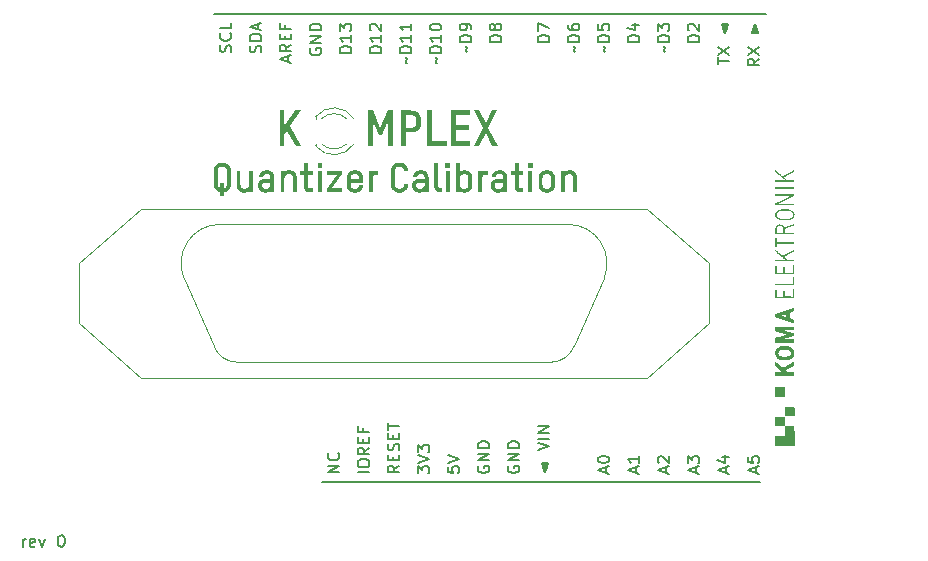
<source format=gbr>
%TF.GenerationSoftware,KiCad,Pcbnew,7.0.5-4d25ed1034~172~ubuntu20.04.1*%
%TF.CreationDate,2023-06-21T20:10:42+02:00*%
%TF.ProjectId,Arduino Shield,41726475-696e-46f2-9053-6869656c642e,rev?*%
%TF.SameCoordinates,Original*%
%TF.FileFunction,Legend,Top*%
%TF.FilePolarity,Positive*%
%FSLAX46Y46*%
G04 Gerber Fmt 4.6, Leading zero omitted, Abs format (unit mm)*
G04 Created by KiCad (PCBNEW 7.0.5-4d25ed1034~172~ubuntu20.04.1) date 2023-06-21 20:10:42*
%MOMM*%
%LPD*%
G01*
G04 APERTURE LIST*
%ADD10C,0.150000*%
%ADD11C,0.500000*%
%ADD12C,0.120000*%
G04 APERTURE END LIST*
D10*
X164008000Y-93142000D02*
X126924000Y-93142000D01*
X117780000Y-53518000D02*
X164516000Y-53518000D01*
X146031961Y-91582935D02*
X145555771Y-91582935D01*
X146031961Y-91630554D02*
X145555771Y-91630554D01*
X145984342Y-91678173D02*
X145603390Y-91678173D01*
X145984342Y-91725792D02*
X145603390Y-91725792D01*
X145984342Y-91773411D02*
X145603390Y-91773411D01*
X145936723Y-91821030D02*
X145651009Y-91821030D01*
X145936723Y-91868649D02*
X145651009Y-91868649D01*
X145936723Y-91916268D02*
X145651009Y-91916268D01*
X145889104Y-91963887D02*
X145698628Y-91963887D01*
X145889104Y-92011506D02*
X145698628Y-92011506D01*
X145841485Y-92059125D02*
X145746247Y-92059125D01*
X145841485Y-92106744D02*
X145746247Y-92106744D01*
X145841485Y-92154363D02*
X145746247Y-92154363D01*
X145793866Y-92201982D02*
X145793866Y-92154363D01*
X146031961Y-91535316D02*
X145793866Y-92249601D01*
X145793866Y-92249601D02*
X145555771Y-91535316D01*
X145793866Y-92297220D02*
X145508152Y-91535316D01*
X145508152Y-91535316D02*
X146079580Y-91535316D01*
X146079580Y-91535316D02*
X145793866Y-92297220D01*
X145174819Y-90440077D02*
X146174819Y-90106744D01*
X146174819Y-90106744D02*
X145174819Y-89773411D01*
X146174819Y-89440077D02*
X145174819Y-89440077D01*
X146174819Y-88963887D02*
X145174819Y-88963887D01*
X145174819Y-88963887D02*
X146174819Y-88392459D01*
X146174819Y-88392459D02*
X145174819Y-88392459D01*
X148333866Y-56696112D02*
X148286247Y-56648493D01*
X148286247Y-56648493D02*
X148238628Y-56553255D01*
X148238628Y-56553255D02*
X148333866Y-56362779D01*
X148333866Y-56362779D02*
X148286247Y-56267541D01*
X148286247Y-56267541D02*
X148238628Y-56219922D01*
X148714819Y-55838969D02*
X147714819Y-55838969D01*
X147714819Y-55838969D02*
X147714819Y-55600874D01*
X147714819Y-55600874D02*
X147762438Y-55458017D01*
X147762438Y-55458017D02*
X147857676Y-55362779D01*
X147857676Y-55362779D02*
X147952914Y-55315160D01*
X147952914Y-55315160D02*
X148143390Y-55267541D01*
X148143390Y-55267541D02*
X148286247Y-55267541D01*
X148286247Y-55267541D02*
X148476723Y-55315160D01*
X148476723Y-55315160D02*
X148571961Y-55362779D01*
X148571961Y-55362779D02*
X148667200Y-55458017D01*
X148667200Y-55458017D02*
X148714819Y-55600874D01*
X148714819Y-55600874D02*
X148714819Y-55838969D01*
X147714819Y-54410398D02*
X147714819Y-54600874D01*
X147714819Y-54600874D02*
X147762438Y-54696112D01*
X147762438Y-54696112D02*
X147810057Y-54743731D01*
X147810057Y-54743731D02*
X147952914Y-54838969D01*
X147952914Y-54838969D02*
X148143390Y-54886588D01*
X148143390Y-54886588D02*
X148524342Y-54886588D01*
X148524342Y-54886588D02*
X148619580Y-54838969D01*
X148619580Y-54838969D02*
X148667200Y-54791350D01*
X148667200Y-54791350D02*
X148714819Y-54696112D01*
X148714819Y-54696112D02*
X148714819Y-54505636D01*
X148714819Y-54505636D02*
X148667200Y-54410398D01*
X148667200Y-54410398D02*
X148619580Y-54362779D01*
X148619580Y-54362779D02*
X148524342Y-54315160D01*
X148524342Y-54315160D02*
X148286247Y-54315160D01*
X148286247Y-54315160D02*
X148191009Y-54362779D01*
X148191009Y-54362779D02*
X148143390Y-54410398D01*
X148143390Y-54410398D02*
X148095771Y-54505636D01*
X148095771Y-54505636D02*
X148095771Y-54696112D01*
X148095771Y-54696112D02*
X148143390Y-54791350D01*
X148143390Y-54791350D02*
X148191009Y-54838969D01*
X148191009Y-54838969D02*
X148286247Y-54886588D01*
X119203200Y-56696112D02*
X119250819Y-56553255D01*
X119250819Y-56553255D02*
X119250819Y-56315160D01*
X119250819Y-56315160D02*
X119203200Y-56219922D01*
X119203200Y-56219922D02*
X119155580Y-56172303D01*
X119155580Y-56172303D02*
X119060342Y-56124684D01*
X119060342Y-56124684D02*
X118965104Y-56124684D01*
X118965104Y-56124684D02*
X118869866Y-56172303D01*
X118869866Y-56172303D02*
X118822247Y-56219922D01*
X118822247Y-56219922D02*
X118774628Y-56315160D01*
X118774628Y-56315160D02*
X118727009Y-56505636D01*
X118727009Y-56505636D02*
X118679390Y-56600874D01*
X118679390Y-56600874D02*
X118631771Y-56648493D01*
X118631771Y-56648493D02*
X118536533Y-56696112D01*
X118536533Y-56696112D02*
X118441295Y-56696112D01*
X118441295Y-56696112D02*
X118346057Y-56648493D01*
X118346057Y-56648493D02*
X118298438Y-56600874D01*
X118298438Y-56600874D02*
X118250819Y-56505636D01*
X118250819Y-56505636D02*
X118250819Y-56267541D01*
X118250819Y-56267541D02*
X118298438Y-56124684D01*
X119155580Y-55124684D02*
X119203200Y-55172303D01*
X119203200Y-55172303D02*
X119250819Y-55315160D01*
X119250819Y-55315160D02*
X119250819Y-55410398D01*
X119250819Y-55410398D02*
X119203200Y-55553255D01*
X119203200Y-55553255D02*
X119107961Y-55648493D01*
X119107961Y-55648493D02*
X119012723Y-55696112D01*
X119012723Y-55696112D02*
X118822247Y-55743731D01*
X118822247Y-55743731D02*
X118679390Y-55743731D01*
X118679390Y-55743731D02*
X118488914Y-55696112D01*
X118488914Y-55696112D02*
X118393676Y-55648493D01*
X118393676Y-55648493D02*
X118298438Y-55553255D01*
X118298438Y-55553255D02*
X118250819Y-55410398D01*
X118250819Y-55410398D02*
X118250819Y-55315160D01*
X118250819Y-55315160D02*
X118298438Y-55172303D01*
X118298438Y-55172303D02*
X118346057Y-55124684D01*
X119250819Y-54219922D02*
X119250819Y-54696112D01*
X119250819Y-54696112D02*
X118250819Y-54696112D01*
X136649866Y-57648493D02*
X136602247Y-57600874D01*
X136602247Y-57600874D02*
X136554628Y-57505636D01*
X136554628Y-57505636D02*
X136649866Y-57315160D01*
X136649866Y-57315160D02*
X136602247Y-57219922D01*
X136602247Y-57219922D02*
X136554628Y-57172303D01*
X137030819Y-56791350D02*
X136030819Y-56791350D01*
X136030819Y-56791350D02*
X136030819Y-56553255D01*
X136030819Y-56553255D02*
X136078438Y-56410398D01*
X136078438Y-56410398D02*
X136173676Y-56315160D01*
X136173676Y-56315160D02*
X136268914Y-56267541D01*
X136268914Y-56267541D02*
X136459390Y-56219922D01*
X136459390Y-56219922D02*
X136602247Y-56219922D01*
X136602247Y-56219922D02*
X136792723Y-56267541D01*
X136792723Y-56267541D02*
X136887961Y-56315160D01*
X136887961Y-56315160D02*
X136983200Y-56410398D01*
X136983200Y-56410398D02*
X137030819Y-56553255D01*
X137030819Y-56553255D02*
X137030819Y-56791350D01*
X137030819Y-55267541D02*
X137030819Y-55838969D01*
X137030819Y-55553255D02*
X136030819Y-55553255D01*
X136030819Y-55553255D02*
X136173676Y-55648493D01*
X136173676Y-55648493D02*
X136268914Y-55743731D01*
X136268914Y-55743731D02*
X136316533Y-55838969D01*
X136030819Y-54648493D02*
X136030819Y-54553255D01*
X136030819Y-54553255D02*
X136078438Y-54458017D01*
X136078438Y-54458017D02*
X136126057Y-54410398D01*
X136126057Y-54410398D02*
X136221295Y-54362779D01*
X136221295Y-54362779D02*
X136411771Y-54315160D01*
X136411771Y-54315160D02*
X136649866Y-54315160D01*
X136649866Y-54315160D02*
X136840342Y-54362779D01*
X136840342Y-54362779D02*
X136935580Y-54410398D01*
X136935580Y-54410398D02*
X136983200Y-54458017D01*
X136983200Y-54458017D02*
X137030819Y-54553255D01*
X137030819Y-54553255D02*
X137030819Y-54648493D01*
X137030819Y-54648493D02*
X136983200Y-54743731D01*
X136983200Y-54743731D02*
X136935580Y-54791350D01*
X136935580Y-54791350D02*
X136840342Y-54838969D01*
X136840342Y-54838969D02*
X136649866Y-54886588D01*
X136649866Y-54886588D02*
X136411771Y-54886588D01*
X136411771Y-54886588D02*
X136221295Y-54838969D01*
X136221295Y-54838969D02*
X136126057Y-54791350D01*
X136126057Y-54791350D02*
X136078438Y-54743731D01*
X136078438Y-54743731D02*
X136030819Y-54648493D01*
X131950819Y-56791350D02*
X130950819Y-56791350D01*
X130950819Y-56791350D02*
X130950819Y-56553255D01*
X130950819Y-56553255D02*
X130998438Y-56410398D01*
X130998438Y-56410398D02*
X131093676Y-56315160D01*
X131093676Y-56315160D02*
X131188914Y-56267541D01*
X131188914Y-56267541D02*
X131379390Y-56219922D01*
X131379390Y-56219922D02*
X131522247Y-56219922D01*
X131522247Y-56219922D02*
X131712723Y-56267541D01*
X131712723Y-56267541D02*
X131807961Y-56315160D01*
X131807961Y-56315160D02*
X131903200Y-56410398D01*
X131903200Y-56410398D02*
X131950819Y-56553255D01*
X131950819Y-56553255D02*
X131950819Y-56791350D01*
X131950819Y-55267541D02*
X131950819Y-55838969D01*
X131950819Y-55553255D02*
X130950819Y-55553255D01*
X130950819Y-55553255D02*
X131093676Y-55648493D01*
X131093676Y-55648493D02*
X131188914Y-55743731D01*
X131188914Y-55743731D02*
X131236533Y-55838969D01*
X131046057Y-54886588D02*
X130998438Y-54838969D01*
X130998438Y-54838969D02*
X130950819Y-54743731D01*
X130950819Y-54743731D02*
X130950819Y-54505636D01*
X130950819Y-54505636D02*
X130998438Y-54410398D01*
X130998438Y-54410398D02*
X131046057Y-54362779D01*
X131046057Y-54362779D02*
X131141295Y-54315160D01*
X131141295Y-54315160D02*
X131236533Y-54315160D01*
X131236533Y-54315160D02*
X131379390Y-54362779D01*
X131379390Y-54362779D02*
X131950819Y-54934207D01*
X131950819Y-54934207D02*
X131950819Y-54315160D01*
X142682438Y-91773411D02*
X142634819Y-91868649D01*
X142634819Y-91868649D02*
X142634819Y-92011506D01*
X142634819Y-92011506D02*
X142682438Y-92154363D01*
X142682438Y-92154363D02*
X142777676Y-92249601D01*
X142777676Y-92249601D02*
X142872914Y-92297220D01*
X142872914Y-92297220D02*
X143063390Y-92344839D01*
X143063390Y-92344839D02*
X143206247Y-92344839D01*
X143206247Y-92344839D02*
X143396723Y-92297220D01*
X143396723Y-92297220D02*
X143491961Y-92249601D01*
X143491961Y-92249601D02*
X143587200Y-92154363D01*
X143587200Y-92154363D02*
X143634819Y-92011506D01*
X143634819Y-92011506D02*
X143634819Y-91916268D01*
X143634819Y-91916268D02*
X143587200Y-91773411D01*
X143587200Y-91773411D02*
X143539580Y-91725792D01*
X143539580Y-91725792D02*
X143206247Y-91725792D01*
X143206247Y-91725792D02*
X143206247Y-91916268D01*
X143634819Y-91297220D02*
X142634819Y-91297220D01*
X142634819Y-91297220D02*
X143634819Y-90725792D01*
X143634819Y-90725792D02*
X142634819Y-90725792D01*
X143634819Y-90249601D02*
X142634819Y-90249601D01*
X142634819Y-90249601D02*
X142634819Y-90011506D01*
X142634819Y-90011506D02*
X142682438Y-89868649D01*
X142682438Y-89868649D02*
X142777676Y-89773411D01*
X142777676Y-89773411D02*
X142872914Y-89725792D01*
X142872914Y-89725792D02*
X143063390Y-89678173D01*
X143063390Y-89678173D02*
X143206247Y-89678173D01*
X143206247Y-89678173D02*
X143396723Y-89725792D01*
X143396723Y-89725792D02*
X143491961Y-89773411D01*
X143491961Y-89773411D02*
X143587200Y-89868649D01*
X143587200Y-89868649D02*
X143634819Y-90011506D01*
X143634819Y-90011506D02*
X143634819Y-90249601D01*
X125918438Y-56410398D02*
X125870819Y-56505636D01*
X125870819Y-56505636D02*
X125870819Y-56648493D01*
X125870819Y-56648493D02*
X125918438Y-56791350D01*
X125918438Y-56791350D02*
X126013676Y-56886588D01*
X126013676Y-56886588D02*
X126108914Y-56934207D01*
X126108914Y-56934207D02*
X126299390Y-56981826D01*
X126299390Y-56981826D02*
X126442247Y-56981826D01*
X126442247Y-56981826D02*
X126632723Y-56934207D01*
X126632723Y-56934207D02*
X126727961Y-56886588D01*
X126727961Y-56886588D02*
X126823200Y-56791350D01*
X126823200Y-56791350D02*
X126870819Y-56648493D01*
X126870819Y-56648493D02*
X126870819Y-56553255D01*
X126870819Y-56553255D02*
X126823200Y-56410398D01*
X126823200Y-56410398D02*
X126775580Y-56362779D01*
X126775580Y-56362779D02*
X126442247Y-56362779D01*
X126442247Y-56362779D02*
X126442247Y-56553255D01*
X126870819Y-55934207D02*
X125870819Y-55934207D01*
X125870819Y-55934207D02*
X126870819Y-55362779D01*
X126870819Y-55362779D02*
X125870819Y-55362779D01*
X126870819Y-54886588D02*
X125870819Y-54886588D01*
X125870819Y-54886588D02*
X125870819Y-54648493D01*
X125870819Y-54648493D02*
X125918438Y-54505636D01*
X125918438Y-54505636D02*
X126013676Y-54410398D01*
X126013676Y-54410398D02*
X126108914Y-54362779D01*
X126108914Y-54362779D02*
X126299390Y-54315160D01*
X126299390Y-54315160D02*
X126442247Y-54315160D01*
X126442247Y-54315160D02*
X126632723Y-54362779D01*
X126632723Y-54362779D02*
X126727961Y-54410398D01*
X126727961Y-54410398D02*
X126823200Y-54505636D01*
X126823200Y-54505636D02*
X126870819Y-54648493D01*
X126870819Y-54648493D02*
X126870819Y-54886588D01*
X140142438Y-91773411D02*
X140094819Y-91868649D01*
X140094819Y-91868649D02*
X140094819Y-92011506D01*
X140094819Y-92011506D02*
X140142438Y-92154363D01*
X140142438Y-92154363D02*
X140237676Y-92249601D01*
X140237676Y-92249601D02*
X140332914Y-92297220D01*
X140332914Y-92297220D02*
X140523390Y-92344839D01*
X140523390Y-92344839D02*
X140666247Y-92344839D01*
X140666247Y-92344839D02*
X140856723Y-92297220D01*
X140856723Y-92297220D02*
X140951961Y-92249601D01*
X140951961Y-92249601D02*
X141047200Y-92154363D01*
X141047200Y-92154363D02*
X141094819Y-92011506D01*
X141094819Y-92011506D02*
X141094819Y-91916268D01*
X141094819Y-91916268D02*
X141047200Y-91773411D01*
X141047200Y-91773411D02*
X140999580Y-91725792D01*
X140999580Y-91725792D02*
X140666247Y-91725792D01*
X140666247Y-91725792D02*
X140666247Y-91916268D01*
X141094819Y-91297220D02*
X140094819Y-91297220D01*
X140094819Y-91297220D02*
X141094819Y-90725792D01*
X141094819Y-90725792D02*
X140094819Y-90725792D01*
X141094819Y-90249601D02*
X140094819Y-90249601D01*
X140094819Y-90249601D02*
X140094819Y-90011506D01*
X140094819Y-90011506D02*
X140142438Y-89868649D01*
X140142438Y-89868649D02*
X140237676Y-89773411D01*
X140237676Y-89773411D02*
X140332914Y-89725792D01*
X140332914Y-89725792D02*
X140523390Y-89678173D01*
X140523390Y-89678173D02*
X140666247Y-89678173D01*
X140666247Y-89678173D02*
X140856723Y-89725792D01*
X140856723Y-89725792D02*
X140951961Y-89773411D01*
X140951961Y-89773411D02*
X141047200Y-89868649D01*
X141047200Y-89868649D02*
X141094819Y-90011506D01*
X141094819Y-90011506D02*
X141094819Y-90249601D01*
X139189866Y-56696112D02*
X139142247Y-56648493D01*
X139142247Y-56648493D02*
X139094628Y-56553255D01*
X139094628Y-56553255D02*
X139189866Y-56362779D01*
X139189866Y-56362779D02*
X139142247Y-56267541D01*
X139142247Y-56267541D02*
X139094628Y-56219922D01*
X139570819Y-55838969D02*
X138570819Y-55838969D01*
X138570819Y-55838969D02*
X138570819Y-55600874D01*
X138570819Y-55600874D02*
X138618438Y-55458017D01*
X138618438Y-55458017D02*
X138713676Y-55362779D01*
X138713676Y-55362779D02*
X138808914Y-55315160D01*
X138808914Y-55315160D02*
X138999390Y-55267541D01*
X138999390Y-55267541D02*
X139142247Y-55267541D01*
X139142247Y-55267541D02*
X139332723Y-55315160D01*
X139332723Y-55315160D02*
X139427961Y-55362779D01*
X139427961Y-55362779D02*
X139523200Y-55458017D01*
X139523200Y-55458017D02*
X139570819Y-55600874D01*
X139570819Y-55600874D02*
X139570819Y-55838969D01*
X139570819Y-54791350D02*
X139570819Y-54600874D01*
X139570819Y-54600874D02*
X139523200Y-54505636D01*
X139523200Y-54505636D02*
X139475580Y-54458017D01*
X139475580Y-54458017D02*
X139332723Y-54362779D01*
X139332723Y-54362779D02*
X139142247Y-54315160D01*
X139142247Y-54315160D02*
X138761295Y-54315160D01*
X138761295Y-54315160D02*
X138666057Y-54362779D01*
X138666057Y-54362779D02*
X138618438Y-54410398D01*
X138618438Y-54410398D02*
X138570819Y-54505636D01*
X138570819Y-54505636D02*
X138570819Y-54696112D01*
X138570819Y-54696112D02*
X138618438Y-54791350D01*
X138618438Y-54791350D02*
X138666057Y-54838969D01*
X138666057Y-54838969D02*
X138761295Y-54886588D01*
X138761295Y-54886588D02*
X138999390Y-54886588D01*
X138999390Y-54886588D02*
X139094628Y-54838969D01*
X139094628Y-54838969D02*
X139142247Y-54791350D01*
X139142247Y-54791350D02*
X139189866Y-54696112D01*
X139189866Y-54696112D02*
X139189866Y-54505636D01*
X139189866Y-54505636D02*
X139142247Y-54410398D01*
X139142247Y-54410398D02*
X139094628Y-54362779D01*
X139094628Y-54362779D02*
X138999390Y-54315160D01*
D11*
G36*
X125173147Y-64656939D02*
G01*
X124178102Y-63011231D01*
X125122589Y-61663743D01*
X124648514Y-61663743D01*
X124620530Y-61703130D01*
X124592499Y-61742565D01*
X124564422Y-61782045D01*
X124536303Y-61821566D01*
X124508146Y-61861127D01*
X124479953Y-61900722D01*
X124451728Y-61940350D01*
X124423475Y-61980007D01*
X124395195Y-62019690D01*
X124366893Y-62059395D01*
X124338571Y-62099120D01*
X124310234Y-62138861D01*
X124281883Y-62178614D01*
X124253523Y-62218377D01*
X124225156Y-62258147D01*
X124196787Y-62297920D01*
X124168417Y-62337693D01*
X124140050Y-62377462D01*
X124111690Y-62417226D01*
X124083340Y-62456979D01*
X124055002Y-62496720D01*
X124026681Y-62536445D01*
X123998378Y-62576150D01*
X123970099Y-62615833D01*
X123941845Y-62655490D01*
X123913620Y-62695117D01*
X123885427Y-62734713D01*
X123857270Y-62774274D01*
X123829151Y-62813795D01*
X123801075Y-62853275D01*
X123773043Y-62892710D01*
X123745059Y-62932096D01*
X123745059Y-61663743D01*
X123337662Y-61663743D01*
X123337662Y-64656939D01*
X123745059Y-64656939D01*
X123745059Y-63658230D01*
X123938500Y-63368070D01*
X124707132Y-64656939D01*
X125173147Y-64656939D01*
G37*
D10*
X153794819Y-55838969D02*
X152794819Y-55838969D01*
X152794819Y-55838969D02*
X152794819Y-55600874D01*
X152794819Y-55600874D02*
X152842438Y-55458017D01*
X152842438Y-55458017D02*
X152937676Y-55362779D01*
X152937676Y-55362779D02*
X153032914Y-55315160D01*
X153032914Y-55315160D02*
X153223390Y-55267541D01*
X153223390Y-55267541D02*
X153366247Y-55267541D01*
X153366247Y-55267541D02*
X153556723Y-55315160D01*
X153556723Y-55315160D02*
X153651961Y-55362779D01*
X153651961Y-55362779D02*
X153747200Y-55458017D01*
X153747200Y-55458017D02*
X153794819Y-55600874D01*
X153794819Y-55600874D02*
X153794819Y-55838969D01*
X153128152Y-54410398D02*
X153794819Y-54410398D01*
X152747200Y-54648493D02*
X153461485Y-54886588D01*
X153461485Y-54886588D02*
X153461485Y-54267541D01*
X163669104Y-92344839D02*
X163669104Y-91868649D01*
X163954819Y-92440077D02*
X162954819Y-92106744D01*
X162954819Y-92106744D02*
X163954819Y-91773411D01*
X162954819Y-90963887D02*
X162954819Y-91440077D01*
X162954819Y-91440077D02*
X163431009Y-91487696D01*
X163431009Y-91487696D02*
X163383390Y-91440077D01*
X163383390Y-91440077D02*
X163335771Y-91344839D01*
X163335771Y-91344839D02*
X163335771Y-91106744D01*
X163335771Y-91106744D02*
X163383390Y-91011506D01*
X163383390Y-91011506D02*
X163431009Y-90963887D01*
X163431009Y-90963887D02*
X163526247Y-90916268D01*
X163526247Y-90916268D02*
X163764342Y-90916268D01*
X163764342Y-90916268D02*
X163859580Y-90963887D01*
X163859580Y-90963887D02*
X163907200Y-91011506D01*
X163907200Y-91011506D02*
X163954819Y-91106744D01*
X163954819Y-91106744D02*
X163954819Y-91344839D01*
X163954819Y-91344839D02*
X163907200Y-91440077D01*
X163907200Y-91440077D02*
X163859580Y-91487696D01*
X158874819Y-55838969D02*
X157874819Y-55838969D01*
X157874819Y-55838969D02*
X157874819Y-55600874D01*
X157874819Y-55600874D02*
X157922438Y-55458017D01*
X157922438Y-55458017D02*
X158017676Y-55362779D01*
X158017676Y-55362779D02*
X158112914Y-55315160D01*
X158112914Y-55315160D02*
X158303390Y-55267541D01*
X158303390Y-55267541D02*
X158446247Y-55267541D01*
X158446247Y-55267541D02*
X158636723Y-55315160D01*
X158636723Y-55315160D02*
X158731961Y-55362779D01*
X158731961Y-55362779D02*
X158827200Y-55458017D01*
X158827200Y-55458017D02*
X158874819Y-55600874D01*
X158874819Y-55600874D02*
X158874819Y-55838969D01*
X157970057Y-54886588D02*
X157922438Y-54838969D01*
X157922438Y-54838969D02*
X157874819Y-54743731D01*
X157874819Y-54743731D02*
X157874819Y-54505636D01*
X157874819Y-54505636D02*
X157922438Y-54410398D01*
X157922438Y-54410398D02*
X157970057Y-54362779D01*
X157970057Y-54362779D02*
X158065295Y-54315160D01*
X158065295Y-54315160D02*
X158160533Y-54315160D01*
X158160533Y-54315160D02*
X158303390Y-54362779D01*
X158303390Y-54362779D02*
X158874819Y-54934207D01*
X158874819Y-54934207D02*
X158874819Y-54315160D01*
X160414819Y-57743731D02*
X160414819Y-57172303D01*
X161414819Y-57458017D02*
X160414819Y-57458017D01*
X160414819Y-56934207D02*
X161414819Y-56267541D01*
X160414819Y-56267541D02*
X161414819Y-56934207D01*
X161271961Y-54410398D02*
X160795771Y-54410398D01*
X161271961Y-54458017D02*
X160795771Y-54458017D01*
X161224342Y-54505636D02*
X160843390Y-54505636D01*
X161224342Y-54553255D02*
X160843390Y-54553255D01*
X161224342Y-54600874D02*
X160843390Y-54600874D01*
X161176723Y-54648493D02*
X160891009Y-54648493D01*
X161176723Y-54696112D02*
X160891009Y-54696112D01*
X161176723Y-54743731D02*
X160891009Y-54743731D01*
X161129104Y-54791350D02*
X160938628Y-54791350D01*
X161129104Y-54838969D02*
X160938628Y-54838969D01*
X161081485Y-54886588D02*
X160986247Y-54886588D01*
X161081485Y-54934207D02*
X160986247Y-54934207D01*
X161081485Y-54981826D02*
X160986247Y-54981826D01*
X161033866Y-55029445D02*
X161033866Y-54981826D01*
X161271961Y-54362779D02*
X161033866Y-55077064D01*
X161033866Y-55077064D02*
X160795771Y-54362779D01*
X161033866Y-55124683D02*
X160748152Y-54362779D01*
X160748152Y-54362779D02*
X161319580Y-54362779D01*
X161319580Y-54362779D02*
X161033866Y-55124683D01*
X150873866Y-56696112D02*
X150826247Y-56648493D01*
X150826247Y-56648493D02*
X150778628Y-56553255D01*
X150778628Y-56553255D02*
X150873866Y-56362779D01*
X150873866Y-56362779D02*
X150826247Y-56267541D01*
X150826247Y-56267541D02*
X150778628Y-56219922D01*
X151254819Y-55838969D02*
X150254819Y-55838969D01*
X150254819Y-55838969D02*
X150254819Y-55600874D01*
X150254819Y-55600874D02*
X150302438Y-55458017D01*
X150302438Y-55458017D02*
X150397676Y-55362779D01*
X150397676Y-55362779D02*
X150492914Y-55315160D01*
X150492914Y-55315160D02*
X150683390Y-55267541D01*
X150683390Y-55267541D02*
X150826247Y-55267541D01*
X150826247Y-55267541D02*
X151016723Y-55315160D01*
X151016723Y-55315160D02*
X151111961Y-55362779D01*
X151111961Y-55362779D02*
X151207200Y-55458017D01*
X151207200Y-55458017D02*
X151254819Y-55600874D01*
X151254819Y-55600874D02*
X151254819Y-55838969D01*
X150254819Y-54362779D02*
X150254819Y-54838969D01*
X150254819Y-54838969D02*
X150731009Y-54886588D01*
X150731009Y-54886588D02*
X150683390Y-54838969D01*
X150683390Y-54838969D02*
X150635771Y-54743731D01*
X150635771Y-54743731D02*
X150635771Y-54505636D01*
X150635771Y-54505636D02*
X150683390Y-54410398D01*
X150683390Y-54410398D02*
X150731009Y-54362779D01*
X150731009Y-54362779D02*
X150826247Y-54315160D01*
X150826247Y-54315160D02*
X151064342Y-54315160D01*
X151064342Y-54315160D02*
X151159580Y-54362779D01*
X151159580Y-54362779D02*
X151207200Y-54410398D01*
X151207200Y-54410398D02*
X151254819Y-54505636D01*
X151254819Y-54505636D02*
X151254819Y-54743731D01*
X151254819Y-54743731D02*
X151207200Y-54838969D01*
X151207200Y-54838969D02*
X151159580Y-54886588D01*
D11*
G36*
X131209902Y-64656939D02*
G01*
X131209902Y-62549612D01*
X131709623Y-63767407D01*
X132037152Y-63767407D01*
X132536873Y-62554009D01*
X132536873Y-64656939D01*
X132948667Y-64656939D01*
X132948667Y-61663743D01*
X132470195Y-61663743D01*
X131873754Y-63120408D01*
X131268520Y-61663743D01*
X130798108Y-61663743D01*
X130798108Y-64656939D01*
X131209902Y-64656939D01*
G37*
G36*
X134552157Y-61665345D02*
G01*
X134612261Y-61670046D01*
X134669253Y-61677692D01*
X134723211Y-61688128D01*
X134774210Y-61701200D01*
X134822330Y-61716753D01*
X134867647Y-61734632D01*
X134910238Y-61754682D01*
X134950182Y-61776749D01*
X134987555Y-61800678D01*
X135022435Y-61826315D01*
X135054899Y-61853504D01*
X135085025Y-61882092D01*
X135112890Y-61911922D01*
X135138572Y-61942842D01*
X135162148Y-61974695D01*
X135183695Y-62007328D01*
X135203291Y-62040585D01*
X135221013Y-62074312D01*
X135236939Y-62108354D01*
X135251146Y-62142556D01*
X135263712Y-62176764D01*
X135274713Y-62210824D01*
X135284227Y-62244580D01*
X135292333Y-62277877D01*
X135299106Y-62310561D01*
X135304625Y-62342478D01*
X135308967Y-62373473D01*
X135314429Y-62432075D01*
X135316113Y-62485132D01*
X135316113Y-62696158D01*
X135314434Y-62750584D01*
X135312223Y-62779853D01*
X135309000Y-62810289D01*
X135304689Y-62841742D01*
X135299217Y-62874060D01*
X135292509Y-62907091D01*
X135284491Y-62940683D01*
X135275088Y-62974686D01*
X135264226Y-63008947D01*
X135251831Y-63043315D01*
X135237828Y-63077638D01*
X135222143Y-63111764D01*
X135204702Y-63145543D01*
X135185431Y-63178822D01*
X135164255Y-63211449D01*
X135141099Y-63243274D01*
X135115890Y-63274144D01*
X135088553Y-63303909D01*
X135059014Y-63332415D01*
X135027198Y-63359513D01*
X134993031Y-63385049D01*
X134956439Y-63408873D01*
X134917348Y-63430833D01*
X134875683Y-63450777D01*
X134831369Y-63468554D01*
X134784333Y-63484011D01*
X134734501Y-63496999D01*
X134681797Y-63507364D01*
X134626147Y-63514955D01*
X134567478Y-63519621D01*
X134505715Y-63521210D01*
X133992805Y-63521210D01*
X133992805Y-64656939D01*
X133585408Y-64656939D01*
X133585408Y-62071873D01*
X133992805Y-62071873D01*
X133992805Y-63117477D01*
X134488862Y-63117477D01*
X134503746Y-63117310D01*
X134535230Y-63115830D01*
X134568536Y-63112502D01*
X134603103Y-63106940D01*
X134638371Y-63098758D01*
X134673779Y-63087571D01*
X134708768Y-63072994D01*
X134742777Y-63054642D01*
X134775246Y-63032128D01*
X134805614Y-63005069D01*
X134833321Y-62973079D01*
X134857807Y-62935771D01*
X134878512Y-62892762D01*
X134894875Y-62843665D01*
X134906337Y-62788095D01*
X134910054Y-62757763D01*
X134912336Y-62725668D01*
X134913112Y-62691762D01*
X134913112Y-62493192D01*
X134912311Y-62459685D01*
X134909955Y-62427965D01*
X134900876Y-62369692D01*
X134886460Y-62317994D01*
X134867293Y-62272492D01*
X134843962Y-62232808D01*
X134817053Y-62198562D01*
X134787151Y-62169376D01*
X134754843Y-62144871D01*
X134720714Y-62124668D01*
X134685351Y-62108388D01*
X134649339Y-62095652D01*
X134613266Y-62086081D01*
X134577716Y-62079297D01*
X134543276Y-62074920D01*
X134510532Y-62072572D01*
X134480069Y-62071873D01*
X133992805Y-62071873D01*
X133585408Y-62071873D01*
X133585408Y-61663743D01*
X134488862Y-61663743D01*
X134552157Y-61665345D01*
G37*
G36*
X137465938Y-64665000D02*
G01*
X137465938Y-64261999D01*
X136214438Y-64261999D01*
X136214438Y-61663743D01*
X135807041Y-61663743D01*
X135807041Y-64665000D01*
X137465938Y-64665000D01*
G37*
G36*
X139492665Y-64665000D02*
G01*
X139492665Y-64261999D01*
X138236769Y-64261999D01*
X138236769Y-63286737D01*
X139400341Y-63286737D01*
X139400341Y-62883004D01*
X138236769Y-62883004D01*
X138236769Y-62071873D01*
X139492665Y-62071873D01*
X139492665Y-61663743D01*
X137829372Y-61663743D01*
X137829372Y-64665000D01*
X139492665Y-64665000D01*
G37*
G36*
X141789037Y-64656939D02*
G01*
X141007948Y-63150450D01*
X141780977Y-61663743D01*
X141327418Y-61663743D01*
X140777138Y-62743053D01*
X140243712Y-61663743D01*
X139781360Y-61663743D01*
X140549993Y-63158510D01*
X139777697Y-64656939D01*
X140248108Y-64656939D01*
X140781535Y-63578363D01*
X141318625Y-64656939D01*
X141789037Y-64656939D01*
G37*
D10*
X153509104Y-92344839D02*
X153509104Y-91868649D01*
X153794819Y-92440077D02*
X152794819Y-92106744D01*
X152794819Y-92106744D02*
X153794819Y-91773411D01*
X153794819Y-90916268D02*
X153794819Y-91487696D01*
X153794819Y-91201982D02*
X152794819Y-91201982D01*
X152794819Y-91201982D02*
X152937676Y-91297220D01*
X152937676Y-91297220D02*
X153032914Y-91392458D01*
X153032914Y-91392458D02*
X153080533Y-91487696D01*
X121743200Y-56743731D02*
X121790819Y-56600874D01*
X121790819Y-56600874D02*
X121790819Y-56362779D01*
X121790819Y-56362779D02*
X121743200Y-56267541D01*
X121743200Y-56267541D02*
X121695580Y-56219922D01*
X121695580Y-56219922D02*
X121600342Y-56172303D01*
X121600342Y-56172303D02*
X121505104Y-56172303D01*
X121505104Y-56172303D02*
X121409866Y-56219922D01*
X121409866Y-56219922D02*
X121362247Y-56267541D01*
X121362247Y-56267541D02*
X121314628Y-56362779D01*
X121314628Y-56362779D02*
X121267009Y-56553255D01*
X121267009Y-56553255D02*
X121219390Y-56648493D01*
X121219390Y-56648493D02*
X121171771Y-56696112D01*
X121171771Y-56696112D02*
X121076533Y-56743731D01*
X121076533Y-56743731D02*
X120981295Y-56743731D01*
X120981295Y-56743731D02*
X120886057Y-56696112D01*
X120886057Y-56696112D02*
X120838438Y-56648493D01*
X120838438Y-56648493D02*
X120790819Y-56553255D01*
X120790819Y-56553255D02*
X120790819Y-56315160D01*
X120790819Y-56315160D02*
X120838438Y-56172303D01*
X121790819Y-55743731D02*
X120790819Y-55743731D01*
X120790819Y-55743731D02*
X120790819Y-55505636D01*
X120790819Y-55505636D02*
X120838438Y-55362779D01*
X120838438Y-55362779D02*
X120933676Y-55267541D01*
X120933676Y-55267541D02*
X121028914Y-55219922D01*
X121028914Y-55219922D02*
X121219390Y-55172303D01*
X121219390Y-55172303D02*
X121362247Y-55172303D01*
X121362247Y-55172303D02*
X121552723Y-55219922D01*
X121552723Y-55219922D02*
X121647961Y-55267541D01*
X121647961Y-55267541D02*
X121743200Y-55362779D01*
X121743200Y-55362779D02*
X121790819Y-55505636D01*
X121790819Y-55505636D02*
X121790819Y-55743731D01*
X121505104Y-54791350D02*
X121505104Y-54315160D01*
X121790819Y-54886588D02*
X120790819Y-54553255D01*
X120790819Y-54553255D02*
X121790819Y-54219922D01*
X163954819Y-57267541D02*
X163478628Y-57600874D01*
X163954819Y-57838969D02*
X162954819Y-57838969D01*
X162954819Y-57838969D02*
X162954819Y-57458017D01*
X162954819Y-57458017D02*
X163002438Y-57362779D01*
X163002438Y-57362779D02*
X163050057Y-57315160D01*
X163050057Y-57315160D02*
X163145295Y-57267541D01*
X163145295Y-57267541D02*
X163288152Y-57267541D01*
X163288152Y-57267541D02*
X163383390Y-57315160D01*
X163383390Y-57315160D02*
X163431009Y-57362779D01*
X163431009Y-57362779D02*
X163478628Y-57458017D01*
X163478628Y-57458017D02*
X163478628Y-57838969D01*
X162954819Y-56934207D02*
X163954819Y-56267541D01*
X162954819Y-56267541D02*
X163954819Y-56934207D01*
X163335771Y-55077064D02*
X163811961Y-55077064D01*
X163335771Y-55029445D02*
X163811961Y-55029445D01*
X163383390Y-54981826D02*
X163764342Y-54981826D01*
X163383390Y-54934207D02*
X163764342Y-54934207D01*
X163383390Y-54886588D02*
X163764342Y-54886588D01*
X163431009Y-54838969D02*
X163716723Y-54838969D01*
X163431009Y-54791350D02*
X163716723Y-54791350D01*
X163431009Y-54743731D02*
X163716723Y-54743731D01*
X163478628Y-54696112D02*
X163669104Y-54696112D01*
X163478628Y-54648493D02*
X163669104Y-54648493D01*
X163526247Y-54600874D02*
X163621485Y-54600874D01*
X163526247Y-54553255D02*
X163621485Y-54553255D01*
X163526247Y-54505636D02*
X163621485Y-54505636D01*
X163573866Y-54458017D02*
X163573866Y-54505636D01*
X163335771Y-55124683D02*
X163573866Y-54410398D01*
X163573866Y-54410398D02*
X163811961Y-55124683D01*
X163573866Y-54362779D02*
X163859580Y-55124683D01*
X163859580Y-55124683D02*
X163288152Y-55124683D01*
X163288152Y-55124683D02*
X163573866Y-54362779D01*
X130934819Y-92297220D02*
X129934819Y-92297220D01*
X129934819Y-91630554D02*
X129934819Y-91440078D01*
X129934819Y-91440078D02*
X129982438Y-91344840D01*
X129982438Y-91344840D02*
X130077676Y-91249602D01*
X130077676Y-91249602D02*
X130268152Y-91201983D01*
X130268152Y-91201983D02*
X130601485Y-91201983D01*
X130601485Y-91201983D02*
X130791961Y-91249602D01*
X130791961Y-91249602D02*
X130887200Y-91344840D01*
X130887200Y-91344840D02*
X130934819Y-91440078D01*
X130934819Y-91440078D02*
X130934819Y-91630554D01*
X130934819Y-91630554D02*
X130887200Y-91725792D01*
X130887200Y-91725792D02*
X130791961Y-91821030D01*
X130791961Y-91821030D02*
X130601485Y-91868649D01*
X130601485Y-91868649D02*
X130268152Y-91868649D01*
X130268152Y-91868649D02*
X130077676Y-91821030D01*
X130077676Y-91821030D02*
X129982438Y-91725792D01*
X129982438Y-91725792D02*
X129934819Y-91630554D01*
X130934819Y-90201983D02*
X130458628Y-90535316D01*
X130934819Y-90773411D02*
X129934819Y-90773411D01*
X129934819Y-90773411D02*
X129934819Y-90392459D01*
X129934819Y-90392459D02*
X129982438Y-90297221D01*
X129982438Y-90297221D02*
X130030057Y-90249602D01*
X130030057Y-90249602D02*
X130125295Y-90201983D01*
X130125295Y-90201983D02*
X130268152Y-90201983D01*
X130268152Y-90201983D02*
X130363390Y-90249602D01*
X130363390Y-90249602D02*
X130411009Y-90297221D01*
X130411009Y-90297221D02*
X130458628Y-90392459D01*
X130458628Y-90392459D02*
X130458628Y-90773411D01*
X130411009Y-89773411D02*
X130411009Y-89440078D01*
X130934819Y-89297221D02*
X130934819Y-89773411D01*
X130934819Y-89773411D02*
X129934819Y-89773411D01*
X129934819Y-89773411D02*
X129934819Y-89297221D01*
X130411009Y-88535316D02*
X130411009Y-88868649D01*
X130934819Y-88868649D02*
X129934819Y-88868649D01*
X129934819Y-88868649D02*
X129934819Y-88392459D01*
X146174819Y-55838969D02*
X145174819Y-55838969D01*
X145174819Y-55838969D02*
X145174819Y-55600874D01*
X145174819Y-55600874D02*
X145222438Y-55458017D01*
X145222438Y-55458017D02*
X145317676Y-55362779D01*
X145317676Y-55362779D02*
X145412914Y-55315160D01*
X145412914Y-55315160D02*
X145603390Y-55267541D01*
X145603390Y-55267541D02*
X145746247Y-55267541D01*
X145746247Y-55267541D02*
X145936723Y-55315160D01*
X145936723Y-55315160D02*
X146031961Y-55362779D01*
X146031961Y-55362779D02*
X146127200Y-55458017D01*
X146127200Y-55458017D02*
X146174819Y-55600874D01*
X146174819Y-55600874D02*
X146174819Y-55838969D01*
X145174819Y-54934207D02*
X145174819Y-54267541D01*
X145174819Y-54267541D02*
X146174819Y-54696112D01*
X124045104Y-57553255D02*
X124045104Y-57077065D01*
X124330819Y-57648493D02*
X123330819Y-57315160D01*
X123330819Y-57315160D02*
X124330819Y-56981827D01*
X124330819Y-56077065D02*
X123854628Y-56410398D01*
X124330819Y-56648493D02*
X123330819Y-56648493D01*
X123330819Y-56648493D02*
X123330819Y-56267541D01*
X123330819Y-56267541D02*
X123378438Y-56172303D01*
X123378438Y-56172303D02*
X123426057Y-56124684D01*
X123426057Y-56124684D02*
X123521295Y-56077065D01*
X123521295Y-56077065D02*
X123664152Y-56077065D01*
X123664152Y-56077065D02*
X123759390Y-56124684D01*
X123759390Y-56124684D02*
X123807009Y-56172303D01*
X123807009Y-56172303D02*
X123854628Y-56267541D01*
X123854628Y-56267541D02*
X123854628Y-56648493D01*
X123807009Y-55648493D02*
X123807009Y-55315160D01*
X124330819Y-55172303D02*
X124330819Y-55648493D01*
X124330819Y-55648493D02*
X123330819Y-55648493D01*
X123330819Y-55648493D02*
X123330819Y-55172303D01*
X123807009Y-54410398D02*
X123807009Y-54743731D01*
X124330819Y-54743731D02*
X123330819Y-54743731D01*
X123330819Y-54743731D02*
X123330819Y-54267541D01*
X101606779Y-98599819D02*
X101606779Y-97933152D01*
X101606779Y-98123628D02*
X101654398Y-98028390D01*
X101654398Y-98028390D02*
X101702017Y-97980771D01*
X101702017Y-97980771D02*
X101797255Y-97933152D01*
X101797255Y-97933152D02*
X101892493Y-97933152D01*
X102606779Y-98552200D02*
X102511541Y-98599819D01*
X102511541Y-98599819D02*
X102321065Y-98599819D01*
X102321065Y-98599819D02*
X102225827Y-98552200D01*
X102225827Y-98552200D02*
X102178208Y-98456961D01*
X102178208Y-98456961D02*
X102178208Y-98076009D01*
X102178208Y-98076009D02*
X102225827Y-97980771D01*
X102225827Y-97980771D02*
X102321065Y-97933152D01*
X102321065Y-97933152D02*
X102511541Y-97933152D01*
X102511541Y-97933152D02*
X102606779Y-97980771D01*
X102606779Y-97980771D02*
X102654398Y-98076009D01*
X102654398Y-98076009D02*
X102654398Y-98171247D01*
X102654398Y-98171247D02*
X102178208Y-98266485D01*
X102987732Y-97933152D02*
X103225827Y-98599819D01*
X103225827Y-98599819D02*
X103463922Y-97933152D01*
X104797256Y-97599819D02*
X104892494Y-97599819D01*
X104892494Y-97599819D02*
X104987732Y-97647438D01*
X104987732Y-97647438D02*
X105035351Y-97695057D01*
X105035351Y-97695057D02*
X105082970Y-97790295D01*
X105082970Y-97790295D02*
X105130589Y-97980771D01*
X105130589Y-97980771D02*
X105130589Y-98218866D01*
X105130589Y-98218866D02*
X105082970Y-98409342D01*
X105082970Y-98409342D02*
X105035351Y-98504580D01*
X105035351Y-98504580D02*
X104987732Y-98552200D01*
X104987732Y-98552200D02*
X104892494Y-98599819D01*
X104892494Y-98599819D02*
X104797256Y-98599819D01*
X104797256Y-98599819D02*
X104702018Y-98552200D01*
X104702018Y-98552200D02*
X104654399Y-98504580D01*
X104654399Y-98504580D02*
X104606780Y-98409342D01*
X104606780Y-98409342D02*
X104559161Y-98218866D01*
X104559161Y-98218866D02*
X104559161Y-97980771D01*
X104559161Y-97980771D02*
X104606780Y-97790295D01*
X104606780Y-97790295D02*
X104654399Y-97695057D01*
X104654399Y-97695057D02*
X104702018Y-97647438D01*
X104702018Y-97647438D02*
X104797256Y-97599819D01*
X155953866Y-56696112D02*
X155906247Y-56648493D01*
X155906247Y-56648493D02*
X155858628Y-56553255D01*
X155858628Y-56553255D02*
X155953866Y-56362779D01*
X155953866Y-56362779D02*
X155906247Y-56267541D01*
X155906247Y-56267541D02*
X155858628Y-56219922D01*
X156334819Y-55838969D02*
X155334819Y-55838969D01*
X155334819Y-55838969D02*
X155334819Y-55600874D01*
X155334819Y-55600874D02*
X155382438Y-55458017D01*
X155382438Y-55458017D02*
X155477676Y-55362779D01*
X155477676Y-55362779D02*
X155572914Y-55315160D01*
X155572914Y-55315160D02*
X155763390Y-55267541D01*
X155763390Y-55267541D02*
X155906247Y-55267541D01*
X155906247Y-55267541D02*
X156096723Y-55315160D01*
X156096723Y-55315160D02*
X156191961Y-55362779D01*
X156191961Y-55362779D02*
X156287200Y-55458017D01*
X156287200Y-55458017D02*
X156334819Y-55600874D01*
X156334819Y-55600874D02*
X156334819Y-55838969D01*
X155334819Y-54934207D02*
X155334819Y-54315160D01*
X155334819Y-54315160D02*
X155715771Y-54648493D01*
X155715771Y-54648493D02*
X155715771Y-54505636D01*
X155715771Y-54505636D02*
X155763390Y-54410398D01*
X155763390Y-54410398D02*
X155811009Y-54362779D01*
X155811009Y-54362779D02*
X155906247Y-54315160D01*
X155906247Y-54315160D02*
X156144342Y-54315160D01*
X156144342Y-54315160D02*
X156239580Y-54362779D01*
X156239580Y-54362779D02*
X156287200Y-54410398D01*
X156287200Y-54410398D02*
X156334819Y-54505636D01*
X156334819Y-54505636D02*
X156334819Y-54791350D01*
X156334819Y-54791350D02*
X156287200Y-54886588D01*
X156287200Y-54886588D02*
X156239580Y-54934207D01*
D11*
G36*
X118534945Y-66070166D02*
G01*
X118583750Y-66074012D01*
X118630338Y-66080270D01*
X118674751Y-66088813D01*
X118717030Y-66099516D01*
X118757219Y-66112253D01*
X118795357Y-66126900D01*
X118831488Y-66143331D01*
X118865653Y-66161420D01*
X118897894Y-66181041D01*
X118928252Y-66202071D01*
X118956770Y-66224382D01*
X118983489Y-66247849D01*
X119008451Y-66272348D01*
X119031698Y-66297752D01*
X119053272Y-66323937D01*
X119073215Y-66350776D01*
X119091567Y-66378145D01*
X119108372Y-66405917D01*
X119123671Y-66433968D01*
X119137506Y-66462172D01*
X119149918Y-66490403D01*
X119160949Y-66518536D01*
X119170642Y-66546446D01*
X119179038Y-66574007D01*
X119186179Y-66601094D01*
X119192107Y-66627581D01*
X119196863Y-66653343D01*
X119203027Y-66702189D01*
X119205008Y-66746630D01*
X119205008Y-67919606D01*
X119204724Y-67939474D01*
X119202294Y-67982373D01*
X119197035Y-68028819D01*
X119193215Y-68053120D01*
X119188531Y-68078008D01*
X119182931Y-68103380D01*
X119176363Y-68129136D01*
X119168776Y-68155177D01*
X119160116Y-68181402D01*
X119150332Y-68207710D01*
X119139373Y-68234001D01*
X119127185Y-68260175D01*
X119113716Y-68286131D01*
X119098915Y-68311768D01*
X119082729Y-68336987D01*
X119065107Y-68361688D01*
X119045996Y-68385768D01*
X119025344Y-68409129D01*
X119003099Y-68431670D01*
X118979209Y-68453290D01*
X118953622Y-68473889D01*
X118926285Y-68493367D01*
X118897147Y-68511623D01*
X118866155Y-68528556D01*
X118833258Y-68544067D01*
X118798403Y-68558055D01*
X118761539Y-68570420D01*
X118722612Y-68581061D01*
X118681571Y-68589877D01*
X118638365Y-68596769D01*
X118638365Y-68931993D01*
X118315964Y-68931993D01*
X118315964Y-68590053D01*
X118279610Y-68580367D01*
X118244613Y-68569112D01*
X118210959Y-68556372D01*
X118178636Y-68542228D01*
X118147630Y-68526766D01*
X118117927Y-68510069D01*
X118089516Y-68492220D01*
X118062381Y-68473303D01*
X118036510Y-68453400D01*
X118011890Y-68432597D01*
X117988507Y-68410976D01*
X117966347Y-68388620D01*
X117945399Y-68365614D01*
X117925648Y-68342041D01*
X117907080Y-68317984D01*
X117889684Y-68293526D01*
X117873445Y-68268753D01*
X117858350Y-68243746D01*
X117844386Y-68218589D01*
X117831539Y-68193367D01*
X117819797Y-68168161D01*
X117809145Y-68143057D01*
X117799571Y-68118138D01*
X117791061Y-68093486D01*
X117783603Y-68069186D01*
X117777182Y-68045320D01*
X117767399Y-67999229D01*
X117761608Y-67955881D01*
X117759701Y-67915942D01*
X118095535Y-67915942D01*
X118095861Y-67934630D01*
X118098401Y-67970130D01*
X118103319Y-68003184D01*
X118110443Y-68033861D01*
X118119602Y-68062229D01*
X118130625Y-68088355D01*
X118143343Y-68112307D01*
X118157583Y-68134154D01*
X118173175Y-68153964D01*
X118198724Y-68180006D01*
X118226354Y-68201846D01*
X118255488Y-68219714D01*
X118285551Y-68233838D01*
X118315964Y-68244449D01*
X118315964Y-67804812D01*
X118638365Y-67804812D01*
X118638365Y-68248113D01*
X118659296Y-68241417D01*
X118690357Y-68228476D01*
X118720520Y-68211839D01*
X118749226Y-68191257D01*
X118775916Y-68166482D01*
X118792314Y-68147515D01*
X118807402Y-68126501D01*
X118821016Y-68103368D01*
X118832989Y-68078041D01*
X118843157Y-68050448D01*
X118851352Y-68020514D01*
X118857412Y-67988168D01*
X118861168Y-67953335D01*
X118862457Y-67915942D01*
X118862457Y-66750293D01*
X118861709Y-66722591D01*
X118859514Y-66696360D01*
X118855944Y-66671561D01*
X118844976Y-66626105D01*
X118829390Y-66585913D01*
X118809773Y-66550673D01*
X118786709Y-66520076D01*
X118760786Y-66493811D01*
X118732588Y-66471568D01*
X118702703Y-66453037D01*
X118671714Y-66437906D01*
X118640210Y-66425867D01*
X118608774Y-66416607D01*
X118577994Y-66409818D01*
X118548455Y-66405188D01*
X118520742Y-66402408D01*
X118483881Y-66401026D01*
X118471700Y-66401167D01*
X118445227Y-66402408D01*
X118416425Y-66405188D01*
X118385880Y-66409818D01*
X118354176Y-66416607D01*
X118321900Y-66425867D01*
X118289635Y-66437906D01*
X118257966Y-66453037D01*
X118227479Y-66471568D01*
X118198759Y-66493811D01*
X118172390Y-66520076D01*
X118148958Y-66550673D01*
X118129047Y-66585913D01*
X118113242Y-66626105D01*
X118102129Y-66671561D01*
X118098514Y-66696360D01*
X118096292Y-66722591D01*
X118095535Y-66750293D01*
X118095535Y-67915942D01*
X117759701Y-67915942D01*
X117759701Y-66743577D01*
X117760130Y-66722247D01*
X117763726Y-66675982D01*
X117767001Y-66651297D01*
X117771331Y-66625747D01*
X117776771Y-66599456D01*
X117783374Y-66572551D01*
X117791195Y-66545158D01*
X117800287Y-66517402D01*
X117810703Y-66489411D01*
X117822498Y-66461309D01*
X117835725Y-66433222D01*
X117850439Y-66405278D01*
X117866692Y-66377601D01*
X117884539Y-66350318D01*
X117904033Y-66323555D01*
X117925229Y-66297438D01*
X117948180Y-66272092D01*
X117972939Y-66247645D01*
X117999561Y-66224221D01*
X118028099Y-66201947D01*
X118058608Y-66180948D01*
X118091140Y-66161352D01*
X118125750Y-66143283D01*
X118162492Y-66126868D01*
X118201419Y-66112233D01*
X118242585Y-66099504D01*
X118286043Y-66088807D01*
X118331848Y-66080267D01*
X118380054Y-66074011D01*
X118430713Y-66070166D01*
X118483881Y-66068856D01*
X118534945Y-66070166D01*
G37*
G36*
X121067360Y-68587000D02*
G01*
X121067360Y-66750293D01*
X120730915Y-66750293D01*
X120730915Y-67964180D01*
X120729218Y-68000705D01*
X120724208Y-68035360D01*
X120716007Y-68068078D01*
X120704735Y-68098790D01*
X120690516Y-68127432D01*
X120673470Y-68153935D01*
X120653720Y-68178232D01*
X120631386Y-68200256D01*
X120606591Y-68219941D01*
X120579456Y-68237218D01*
X120550103Y-68252022D01*
X120518653Y-68264284D01*
X120485228Y-68273938D01*
X120449950Y-68280917D01*
X120412940Y-68285154D01*
X120374321Y-68286581D01*
X120347735Y-68286054D01*
X120322453Y-68284499D01*
X120275681Y-68278454D01*
X120233765Y-68268750D01*
X120196462Y-68255688D01*
X120163532Y-68239570D01*
X120134731Y-68220700D01*
X120109820Y-68199378D01*
X120088557Y-68175908D01*
X120070699Y-68150592D01*
X120056006Y-68123732D01*
X120044236Y-68095631D01*
X120035147Y-68066591D01*
X120028499Y-68036913D01*
X120024049Y-68006901D01*
X120021556Y-67976857D01*
X120020779Y-67947083D01*
X120020779Y-66750293D01*
X119687998Y-66750293D01*
X119687998Y-67947083D01*
X119688775Y-67985004D01*
X119691091Y-68022045D01*
X119694925Y-68058185D01*
X119700258Y-68093402D01*
X119707069Y-68127676D01*
X119715336Y-68160985D01*
X119725040Y-68193308D01*
X119736160Y-68224623D01*
X119748675Y-68254910D01*
X119762565Y-68284147D01*
X119777809Y-68312313D01*
X119794387Y-68339386D01*
X119812278Y-68365346D01*
X119831461Y-68390171D01*
X119851916Y-68413840D01*
X119873623Y-68436332D01*
X119896560Y-68457625D01*
X119920708Y-68477699D01*
X119946045Y-68496531D01*
X119972551Y-68514101D01*
X120000205Y-68530388D01*
X120028988Y-68545369D01*
X120058878Y-68559025D01*
X120089854Y-68571334D01*
X120121897Y-68582274D01*
X120154985Y-68591824D01*
X120189098Y-68599963D01*
X120224216Y-68606670D01*
X120260318Y-68611924D01*
X120297383Y-68615703D01*
X120335391Y-68617985D01*
X120374321Y-68618751D01*
X120401248Y-68617869D01*
X120428136Y-68615302D01*
X120454862Y-68611168D01*
X120481301Y-68605585D01*
X120507328Y-68598671D01*
X120532820Y-68590544D01*
X120557651Y-68581322D01*
X120581698Y-68571124D01*
X120604836Y-68560067D01*
X120626941Y-68548269D01*
X120657890Y-68529442D01*
X120685815Y-68509613D01*
X120710297Y-68489180D01*
X120730915Y-68468542D01*
X120730915Y-68587000D01*
X121067360Y-68587000D01*
G37*
G36*
X122275078Y-66723271D02*
G01*
X122304956Y-66724653D01*
X122334794Y-66726986D01*
X122364527Y-66730296D01*
X122394091Y-66734608D01*
X122423422Y-66739946D01*
X122452458Y-66746337D01*
X122481135Y-66753804D01*
X122509388Y-66762374D01*
X122537155Y-66772070D01*
X122564371Y-66782918D01*
X122590974Y-66794944D01*
X122616899Y-66808172D01*
X122642082Y-66822626D01*
X122666461Y-66838333D01*
X122689972Y-66855318D01*
X122712550Y-66873604D01*
X122734133Y-66893218D01*
X122754657Y-66914185D01*
X122774058Y-66936528D01*
X122792272Y-66960275D01*
X122809237Y-66985449D01*
X122824887Y-67012075D01*
X122839160Y-67040179D01*
X122851993Y-67069786D01*
X122863320Y-67100920D01*
X122873080Y-67133607D01*
X122881208Y-67167872D01*
X122887640Y-67203740D01*
X122892313Y-67241236D01*
X122895164Y-67280384D01*
X122896128Y-67321211D01*
X122896128Y-68587000D01*
X122560294Y-68587000D01*
X122560294Y-68447170D01*
X122544097Y-68467009D01*
X122525832Y-68485748D01*
X122505647Y-68503365D01*
X122483692Y-68519833D01*
X122460116Y-68535127D01*
X122435068Y-68549223D01*
X122408699Y-68562095D01*
X122381157Y-68573719D01*
X122352592Y-68584069D01*
X122323153Y-68593120D01*
X122292990Y-68600847D01*
X122262251Y-68607226D01*
X122231087Y-68612231D01*
X122199646Y-68615836D01*
X122168078Y-68618018D01*
X122136533Y-68618751D01*
X122108852Y-68618205D01*
X122081037Y-68616560D01*
X122053155Y-68613805D01*
X122025271Y-68609927D01*
X121997453Y-68604916D01*
X121969766Y-68598759D01*
X121942278Y-68591445D01*
X121915054Y-68582964D01*
X121888161Y-68573302D01*
X121861666Y-68562450D01*
X121835634Y-68550394D01*
X121810132Y-68537124D01*
X121785227Y-68522628D01*
X121760985Y-68506895D01*
X121737473Y-68489913D01*
X121714756Y-68471671D01*
X121692901Y-68452157D01*
X121671976Y-68431359D01*
X121652045Y-68409267D01*
X121633175Y-68385868D01*
X121615434Y-68361151D01*
X121598887Y-68335104D01*
X121583601Y-68307717D01*
X121569641Y-68278977D01*
X121557076Y-68248873D01*
X121545970Y-68217393D01*
X121536391Y-68184527D01*
X121528404Y-68150262D01*
X121522076Y-68114586D01*
X121517475Y-68077489D01*
X121514665Y-68038959D01*
X121513714Y-67998985D01*
X121842220Y-67998985D01*
X121844187Y-68041047D01*
X121849915Y-68079397D01*
X121859141Y-68114172D01*
X121871606Y-68145511D01*
X121887047Y-68173552D01*
X121905203Y-68198432D01*
X121925814Y-68220288D01*
X121948618Y-68239259D01*
X121973355Y-68255482D01*
X121999762Y-68269095D01*
X122027578Y-68280236D01*
X122056543Y-68289042D01*
X122086396Y-68295652D01*
X122116874Y-68300203D01*
X122147718Y-68302832D01*
X122178665Y-68303678D01*
X122214044Y-68302026D01*
X122249234Y-68297135D01*
X122283947Y-68289099D01*
X122317893Y-68278013D01*
X122350783Y-68263972D01*
X122382330Y-68247070D01*
X122412243Y-68227403D01*
X122440234Y-68205065D01*
X122466013Y-68180151D01*
X122489293Y-68152755D01*
X122509784Y-68122974D01*
X122527197Y-68090900D01*
X122541244Y-68056630D01*
X122551635Y-68020258D01*
X122558081Y-67981879D01*
X122560294Y-67941588D01*
X122560294Y-67772450D01*
X122136533Y-67772450D01*
X122121237Y-67772640D01*
X122091317Y-67774183D01*
X122062409Y-67777314D01*
X122034654Y-67782080D01*
X122008191Y-67788529D01*
X121983162Y-67796708D01*
X121959707Y-67806666D01*
X121937965Y-67818448D01*
X121908875Y-67839647D01*
X121884431Y-67865219D01*
X121865108Y-67895325D01*
X121855305Y-67917992D01*
X121848129Y-67942793D01*
X121843721Y-67969775D01*
X121842220Y-67998985D01*
X121513714Y-67998985D01*
X121514507Y-67965778D01*
X121516863Y-67933593D01*
X121520746Y-67902432D01*
X121526118Y-67872297D01*
X121532943Y-67843190D01*
X121541184Y-67815114D01*
X121550806Y-67788069D01*
X121561770Y-67762060D01*
X121574042Y-67737087D01*
X121587583Y-67713153D01*
X121602359Y-67690259D01*
X121618331Y-67668409D01*
X121635464Y-67647604D01*
X121653721Y-67627846D01*
X121673066Y-67609138D01*
X121693461Y-67591481D01*
X121714871Y-67574878D01*
X121737258Y-67559330D01*
X121760586Y-67544841D01*
X121784820Y-67531411D01*
X121809921Y-67519044D01*
X121835853Y-67507741D01*
X121862581Y-67497504D01*
X121890067Y-67488336D01*
X121918275Y-67480239D01*
X121947168Y-67473214D01*
X121976710Y-67467264D01*
X122006863Y-67462391D01*
X122037593Y-67458598D01*
X122068861Y-67455885D01*
X122100632Y-67454256D01*
X122132869Y-67453713D01*
X122560294Y-67453713D01*
X122560294Y-67331591D01*
X122558789Y-67291883D01*
X122554350Y-67255779D01*
X122547092Y-67223138D01*
X122537129Y-67193813D01*
X122524576Y-67167663D01*
X122509547Y-67144542D01*
X122492157Y-67124306D01*
X122472519Y-67106812D01*
X122450750Y-67091915D01*
X122426962Y-67079471D01*
X122401272Y-67069337D01*
X122373792Y-67061369D01*
X122344638Y-67055422D01*
X122313924Y-67051352D01*
X122281764Y-67049016D01*
X122248274Y-67048270D01*
X122218850Y-67049091D01*
X122189765Y-67051606D01*
X122161189Y-67055893D01*
X122133289Y-67062027D01*
X122106233Y-67070087D01*
X122080190Y-67080148D01*
X122055327Y-67092287D01*
X122031814Y-67106583D01*
X122009817Y-67123110D01*
X121989505Y-67141948D01*
X121971047Y-67163171D01*
X121954610Y-67186858D01*
X121940363Y-67213085D01*
X121928473Y-67241930D01*
X121919110Y-67273468D01*
X121912440Y-67307778D01*
X121580270Y-67307778D01*
X121584796Y-67268494D01*
X121591112Y-67230771D01*
X121599143Y-67194588D01*
X121608817Y-67159925D01*
X121620058Y-67126761D01*
X121632792Y-67095075D01*
X121646945Y-67064848D01*
X121662444Y-67036057D01*
X121679214Y-67008684D01*
X121697180Y-66982707D01*
X121716270Y-66958105D01*
X121736407Y-66934859D01*
X121757520Y-66912947D01*
X121779533Y-66892349D01*
X121802372Y-66873044D01*
X121825963Y-66855012D01*
X121850232Y-66838233D01*
X121875105Y-66822685D01*
X121900508Y-66808348D01*
X121926366Y-66795202D01*
X121952606Y-66783225D01*
X121979153Y-66772398D01*
X122005933Y-66762700D01*
X122032873Y-66754110D01*
X122059897Y-66746607D01*
X122086932Y-66740172D01*
X122113904Y-66734783D01*
X122140739Y-66730420D01*
X122167362Y-66727062D01*
X122193700Y-66724690D01*
X122219677Y-66723281D01*
X122245221Y-66722816D01*
X122275078Y-66723271D01*
G37*
G36*
X124781072Y-68580283D02*
G01*
X124781072Y-67390210D01*
X124780416Y-67351710D01*
X124778451Y-67314189D01*
X124775181Y-67277662D01*
X124770608Y-67242146D01*
X124764738Y-67207656D01*
X124757574Y-67174208D01*
X124749120Y-67141819D01*
X124739379Y-67110504D01*
X124728356Y-67080279D01*
X124716054Y-67051161D01*
X124702476Y-67023165D01*
X124687628Y-66996307D01*
X124671512Y-66970604D01*
X124654132Y-66946071D01*
X124635493Y-66922724D01*
X124615598Y-66900579D01*
X124594450Y-66879653D01*
X124572054Y-66859960D01*
X124548413Y-66841518D01*
X124523532Y-66824343D01*
X124497414Y-66808449D01*
X124470062Y-66793853D01*
X124441481Y-66780572D01*
X124411674Y-66768621D01*
X124380645Y-66758016D01*
X124348399Y-66748773D01*
X124314938Y-66740908D01*
X124280267Y-66734438D01*
X124244389Y-66729377D01*
X124207309Y-66725743D01*
X124169029Y-66723550D01*
X124129554Y-66722816D01*
X124093500Y-66724002D01*
X124068829Y-66726102D01*
X124043781Y-66729239D01*
X124018470Y-66733403D01*
X123993007Y-66738586D01*
X123967505Y-66744778D01*
X123942078Y-66751972D01*
X123916838Y-66760158D01*
X123891898Y-66769326D01*
X123867370Y-66779469D01*
X123843367Y-66790577D01*
X123820001Y-66802640D01*
X123797386Y-66815652D01*
X123775635Y-66829601D01*
X123754859Y-66844480D01*
X123744872Y-66852265D01*
X123744872Y-66750293D01*
X123412091Y-66750293D01*
X123412091Y-68580283D01*
X123744872Y-68580283D01*
X123744872Y-67383493D01*
X123746884Y-67346924D01*
X123752786Y-67311937D01*
X123762373Y-67278639D01*
X123775440Y-67247137D01*
X123791786Y-67217538D01*
X123811204Y-67189949D01*
X123833492Y-67164479D01*
X123858445Y-67141234D01*
X123885860Y-67120322D01*
X123915532Y-67101850D01*
X123947258Y-67085926D01*
X123980833Y-67072656D01*
X124016055Y-67062148D01*
X124052718Y-67054509D01*
X124090619Y-67049847D01*
X124129554Y-67048270D01*
X124155729Y-67048814D01*
X124180469Y-67050419D01*
X124225804Y-67056651D01*
X124265876Y-67066640D01*
X124301001Y-67080059D01*
X124331498Y-67096584D01*
X124357681Y-67115890D01*
X124379867Y-67137649D01*
X124398374Y-67161537D01*
X124413518Y-67187229D01*
X124425615Y-67214398D01*
X124434983Y-67242719D01*
X124441937Y-67271866D01*
X124446795Y-67301515D01*
X124449873Y-67331338D01*
X124451487Y-67361012D01*
X124451955Y-67390210D01*
X124451955Y-68580283D01*
X124781072Y-68580283D01*
G37*
G36*
X125091261Y-67083074D02*
G01*
X125424042Y-67083074D01*
X125424042Y-68093629D01*
X125424631Y-68126150D01*
X125426381Y-68157432D01*
X125429266Y-68187488D01*
X125433258Y-68216334D01*
X125438330Y-68243981D01*
X125444456Y-68270443D01*
X125451609Y-68295735D01*
X125459762Y-68319868D01*
X125468888Y-68342858D01*
X125489952Y-68385460D01*
X125514587Y-68423649D01*
X125542578Y-68457532D01*
X125573710Y-68487217D01*
X125607768Y-68512814D01*
X125644539Y-68534430D01*
X125683807Y-68552174D01*
X125725357Y-68566153D01*
X125768976Y-68576476D01*
X125814448Y-68583252D01*
X125861558Y-68586588D01*
X125885661Y-68587000D01*
X126144558Y-68587000D01*
X126144558Y-68258493D01*
X125899704Y-68258493D01*
X125871450Y-68256746D01*
X125844826Y-68251156D01*
X125820493Y-68241201D01*
X125799107Y-68226360D01*
X125781328Y-68206108D01*
X125767813Y-68179925D01*
X125760872Y-68156080D01*
X125756978Y-68128385D01*
X125756212Y-68107673D01*
X125756212Y-67083074D01*
X126137841Y-67083074D01*
X126137841Y-66750293D01*
X125756212Y-66750293D01*
X125756212Y-66094501D01*
X125424042Y-66094501D01*
X125424042Y-66750293D01*
X125091261Y-66750293D01*
X125091261Y-67083074D01*
G37*
G36*
X126918808Y-68580283D02*
G01*
X126918808Y-66759452D01*
X126589691Y-66759452D01*
X126589691Y-68580283D01*
X126918808Y-68580283D01*
G37*
G36*
X126946285Y-66527422D02*
G01*
X126946285Y-66085953D01*
X126557939Y-66085953D01*
X126557939Y-66527422D01*
X126946285Y-66527422D01*
G37*
G36*
X128648047Y-68587000D02*
G01*
X128648047Y-68258493D01*
X127748623Y-68258493D01*
X128577827Y-67030562D01*
X128577827Y-66750293D01*
X127370046Y-66750293D01*
X127370046Y-67083074D01*
X128168110Y-67083074D01*
X127342569Y-68307341D01*
X127342569Y-68587000D01*
X128648047Y-68587000D01*
G37*
G36*
X129742422Y-66723561D02*
G01*
X129780230Y-66725783D01*
X129817185Y-66729463D01*
X129853259Y-66734584D01*
X129888427Y-66741128D01*
X129922664Y-66749075D01*
X129955941Y-66758408D01*
X129988234Y-66769108D01*
X130019517Y-66781156D01*
X130049762Y-66794535D01*
X130078945Y-66809227D01*
X130107038Y-66825212D01*
X130134016Y-66842473D01*
X130159852Y-66860990D01*
X130184521Y-66880747D01*
X130207996Y-66901724D01*
X130230250Y-66923903D01*
X130251259Y-66947266D01*
X130270995Y-66971794D01*
X130289433Y-66997470D01*
X130306546Y-67024274D01*
X130322308Y-67052189D01*
X130336694Y-67081196D01*
X130349676Y-67111277D01*
X130361228Y-67142413D01*
X130371326Y-67174586D01*
X130379941Y-67207778D01*
X130387049Y-67241970D01*
X130392623Y-67277145D01*
X130396637Y-67313283D01*
X130399064Y-67350367D01*
X130399879Y-67388378D01*
X130399879Y-67782830D01*
X129339254Y-67782830D01*
X129339254Y-67942809D01*
X129340155Y-67972967D01*
X129342997Y-68003468D01*
X129347989Y-68033995D01*
X129355340Y-68064234D01*
X129365260Y-68093868D01*
X129377959Y-68122582D01*
X129393645Y-68150059D01*
X129412527Y-68175985D01*
X129434816Y-68200043D01*
X129460720Y-68221917D01*
X129490449Y-68241293D01*
X129524211Y-68257854D01*
X129562217Y-68271284D01*
X129604675Y-68281268D01*
X129651795Y-68287490D01*
X129677169Y-68289091D01*
X129703787Y-68289634D01*
X129738426Y-68288318D01*
X129771557Y-68284400D01*
X129803132Y-68277925D01*
X129833102Y-68268940D01*
X129861419Y-68257490D01*
X129888035Y-68243620D01*
X129912902Y-68227377D01*
X129935970Y-68208805D01*
X129957193Y-68187950D01*
X129976521Y-68164859D01*
X129993906Y-68139576D01*
X130009300Y-68112148D01*
X130022655Y-68082619D01*
X130033923Y-68051036D01*
X130043054Y-68017443D01*
X130050001Y-67981888D01*
X130393162Y-67981888D01*
X130387960Y-68018806D01*
X130381523Y-68054789D01*
X130373870Y-68089822D01*
X130365018Y-68123889D01*
X130354987Y-68156973D01*
X130343793Y-68189061D01*
X130331455Y-68220136D01*
X130317991Y-68250183D01*
X130303418Y-68279186D01*
X130287756Y-68307129D01*
X130271021Y-68333998D01*
X130253232Y-68359776D01*
X130234407Y-68384448D01*
X130214563Y-68407999D01*
X130193719Y-68430413D01*
X130171894Y-68451674D01*
X130149103Y-68471767D01*
X130125367Y-68490676D01*
X130100703Y-68508386D01*
X130075128Y-68524881D01*
X130048661Y-68540146D01*
X130021320Y-68554165D01*
X129993122Y-68566923D01*
X129964087Y-68578403D01*
X129934231Y-68588592D01*
X129903573Y-68597472D01*
X129872131Y-68605028D01*
X129839922Y-68611246D01*
X129806966Y-68616109D01*
X129773279Y-68619602D01*
X129738880Y-68621709D01*
X129703787Y-68622415D01*
X129664827Y-68621649D01*
X129626733Y-68619364D01*
X129589528Y-68615581D01*
X129553236Y-68610318D01*
X129517884Y-68603596D01*
X129483493Y-68595435D01*
X129450090Y-68585854D01*
X129417698Y-68574873D01*
X129386342Y-68562512D01*
X129356046Y-68548791D01*
X129326835Y-68533729D01*
X129298732Y-68517346D01*
X129271763Y-68499663D01*
X129245952Y-68480698D01*
X129221322Y-68460471D01*
X129197899Y-68439004D01*
X129175706Y-68416314D01*
X129154769Y-68392422D01*
X129135111Y-68367348D01*
X129116757Y-68341112D01*
X129099732Y-68313733D01*
X129084058Y-68285231D01*
X129069762Y-68255626D01*
X129056868Y-68224938D01*
X129045399Y-68193186D01*
X129035380Y-68160391D01*
X129026835Y-68126572D01*
X129019790Y-68091748D01*
X129014268Y-68055940D01*
X129010293Y-68019168D01*
X129007890Y-67981451D01*
X129007084Y-67942809D01*
X129007084Y-67453713D01*
X129339254Y-67453713D01*
X130064045Y-67453713D01*
X130064045Y-67388378D01*
X130063152Y-67359402D01*
X130060336Y-67329936D01*
X130055391Y-67300305D01*
X130048112Y-67270836D01*
X130038292Y-67241853D01*
X130025727Y-67213682D01*
X130010210Y-67186649D01*
X129991535Y-67161079D01*
X129969498Y-67137298D01*
X129943891Y-67115632D01*
X129914510Y-67096406D01*
X129881149Y-67079945D01*
X129843602Y-67066575D01*
X129801663Y-67056622D01*
X129755126Y-67050412D01*
X129730070Y-67048812D01*
X129703787Y-67048270D01*
X129662160Y-67049728D01*
X129622732Y-67054068D01*
X129585571Y-67061238D01*
X129550744Y-67071186D01*
X129518317Y-67083861D01*
X129488358Y-67099210D01*
X129460934Y-67117181D01*
X129436112Y-67137724D01*
X129413959Y-67160784D01*
X129394542Y-67186312D01*
X129377928Y-67214255D01*
X129364184Y-67244561D01*
X129353378Y-67277178D01*
X129345576Y-67312054D01*
X129340846Y-67349138D01*
X129339254Y-67388378D01*
X129339254Y-67453713D01*
X129007084Y-67453713D01*
X129007084Y-67388378D01*
X129007909Y-67351012D01*
X129010367Y-67314491D01*
X129014428Y-67278837D01*
X129020065Y-67244074D01*
X129027251Y-67210223D01*
X129035955Y-67177307D01*
X129046152Y-67145348D01*
X129057812Y-67114368D01*
X129070908Y-67084390D01*
X129085411Y-67055436D01*
X129101294Y-67027528D01*
X129118528Y-67000690D01*
X129137086Y-66974943D01*
X129156939Y-66950309D01*
X129178058Y-66926811D01*
X129200418Y-66904472D01*
X129223988Y-66883313D01*
X129248741Y-66863357D01*
X129274649Y-66844627D01*
X129301684Y-66827144D01*
X129329818Y-66810931D01*
X129359023Y-66796011D01*
X129389270Y-66782406D01*
X129420532Y-66770138D01*
X129452780Y-66759230D01*
X129485987Y-66749703D01*
X129520125Y-66741581D01*
X129555165Y-66734885D01*
X129591079Y-66729638D01*
X129627839Y-66725863D01*
X129665418Y-66723581D01*
X129703787Y-66722816D01*
X129742422Y-66723561D01*
G37*
G36*
X131666278Y-67083074D02*
G01*
X131666278Y-66750293D01*
X131526449Y-66750293D01*
X131499270Y-66750910D01*
X131472940Y-66752769D01*
X131447489Y-66755880D01*
X131422951Y-66760254D01*
X131387925Y-66769206D01*
X131355133Y-66781060D01*
X131324683Y-66795853D01*
X131296684Y-66813620D01*
X131271246Y-66834398D01*
X131248476Y-66858222D01*
X131228483Y-66885130D01*
X131211376Y-66915157D01*
X131211376Y-66750293D01*
X130878595Y-66750293D01*
X130878595Y-68580283D01*
X131211376Y-68580283D01*
X131211376Y-67428678D01*
X131213132Y-67382232D01*
X131218213Y-67339671D01*
X131226337Y-67300872D01*
X131237222Y-67265712D01*
X131250586Y-67234070D01*
X131266148Y-67205822D01*
X131283626Y-67180845D01*
X131302738Y-67159018D01*
X131323202Y-67140218D01*
X131344737Y-67124322D01*
X131367061Y-67111208D01*
X131389893Y-67100753D01*
X131424474Y-67089789D01*
X131458611Y-67084118D01*
X131480654Y-67083074D01*
X131666278Y-67083074D01*
G37*
G36*
X134206404Y-67928154D02*
G01*
X133863853Y-67928154D01*
X133863105Y-67956023D01*
X133860910Y-67982410D01*
X133857340Y-68007355D01*
X133846372Y-68053074D01*
X133830786Y-68093493D01*
X133811168Y-68128926D01*
X133788105Y-68159686D01*
X133762182Y-68186085D01*
X133733984Y-68208437D01*
X133704098Y-68227054D01*
X133673110Y-68242251D01*
X133641605Y-68254339D01*
X133610170Y-68263631D01*
X133579390Y-68270442D01*
X133549850Y-68275084D01*
X133522138Y-68277870D01*
X133496839Y-68279113D01*
X133485277Y-68279254D01*
X133460187Y-68278664D01*
X133432476Y-68276683D01*
X133402729Y-68272995D01*
X133371532Y-68267280D01*
X133339469Y-68259222D01*
X133307125Y-68248503D01*
X133275085Y-68234805D01*
X133243934Y-68217811D01*
X133214257Y-68197204D01*
X133186640Y-68172666D01*
X133161666Y-68143879D01*
X133139921Y-68110526D01*
X133121990Y-68072289D01*
X133108458Y-68028851D01*
X133099910Y-67979894D01*
X133097688Y-67953247D01*
X133096931Y-67925101D01*
X133096931Y-66752125D01*
X133097688Y-66724257D01*
X133099910Y-66697870D01*
X133103525Y-66672925D01*
X133114638Y-66627206D01*
X133130442Y-66586786D01*
X133150353Y-66551353D01*
X133173786Y-66520594D01*
X133200155Y-66494194D01*
X133228875Y-66471843D01*
X133259362Y-66453225D01*
X133291030Y-66438029D01*
X133323295Y-66425941D01*
X133355572Y-66416648D01*
X133387275Y-66409837D01*
X133417821Y-66405195D01*
X133446622Y-66402410D01*
X133473096Y-66401167D01*
X133485277Y-66401026D01*
X133522138Y-66402407D01*
X133549850Y-66405184D01*
X133579390Y-66409805D01*
X133610170Y-66416580D01*
X133641605Y-66425817D01*
X133673110Y-66437824D01*
X133704098Y-66452911D01*
X133733984Y-66471385D01*
X133762182Y-66493555D01*
X133788105Y-66519731D01*
X133811168Y-66550220D01*
X133830786Y-66585330D01*
X133846372Y-66625372D01*
X133857340Y-66670653D01*
X133860910Y-66695354D01*
X133863105Y-66721481D01*
X133863853Y-66749072D01*
X134206404Y-66749072D01*
X134204423Y-66704403D01*
X134198258Y-66655330D01*
X134193502Y-66629455D01*
X134187575Y-66602857D01*
X134180434Y-66575661D01*
X134172038Y-66547992D01*
X134162345Y-66519975D01*
X134151313Y-66491738D01*
X134138901Y-66463404D01*
X134125067Y-66435101D01*
X134109768Y-66406953D01*
X134092963Y-66379086D01*
X134074610Y-66351627D01*
X134054668Y-66324700D01*
X134033094Y-66298432D01*
X134009847Y-66272947D01*
X133984885Y-66248372D01*
X133958166Y-66224832D01*
X133929648Y-66202454D01*
X133899290Y-66181362D01*
X133867049Y-66161682D01*
X133832884Y-66143541D01*
X133796753Y-66127063D01*
X133758614Y-66112374D01*
X133718426Y-66099600D01*
X133676146Y-66088867D01*
X133631733Y-66080301D01*
X133585145Y-66074026D01*
X133536340Y-66070169D01*
X133485277Y-66068856D01*
X133432109Y-66070169D01*
X133381449Y-66074025D01*
X133333244Y-66080298D01*
X133287439Y-66088860D01*
X133243980Y-66099586D01*
X133202814Y-66112350D01*
X133163888Y-66127024D01*
X133127146Y-66143483D01*
X133092536Y-66161601D01*
X133060004Y-66181250D01*
X133029495Y-66202305D01*
X133000957Y-66224639D01*
X132974335Y-66248126D01*
X132949575Y-66272640D01*
X132926625Y-66298054D01*
X132905429Y-66324242D01*
X132885934Y-66351078D01*
X132868088Y-66378434D01*
X132851834Y-66406186D01*
X132837121Y-66434206D01*
X132823894Y-66462369D01*
X132812099Y-66490547D01*
X132801682Y-66518615D01*
X132792591Y-66546446D01*
X132784770Y-66573914D01*
X132778167Y-66600892D01*
X132772727Y-66627255D01*
X132768397Y-66652875D01*
X132765122Y-66677627D01*
X132761526Y-66724020D01*
X132761097Y-66745408D01*
X132761097Y-67925101D01*
X132763003Y-67970425D01*
X132765455Y-67994857D01*
X132768967Y-68020298D01*
X132773583Y-68046618D01*
X132779350Y-68073690D01*
X132786313Y-68101383D01*
X132794518Y-68129569D01*
X132804010Y-68158119D01*
X132814834Y-68186904D01*
X132827037Y-68215796D01*
X132840663Y-68244665D01*
X132855758Y-68273382D01*
X132872368Y-68301819D01*
X132890538Y-68329846D01*
X132910314Y-68357335D01*
X132931741Y-68384157D01*
X132954864Y-68410182D01*
X132979730Y-68435283D01*
X133006383Y-68459329D01*
X133034869Y-68482192D01*
X133065235Y-68503744D01*
X133097524Y-68523855D01*
X133131783Y-68542397D01*
X133168057Y-68559239D01*
X133206392Y-68574255D01*
X133246833Y-68587314D01*
X133289426Y-68598287D01*
X133334216Y-68607047D01*
X133381248Y-68613463D01*
X133430569Y-68617408D01*
X133482224Y-68618751D01*
X133534800Y-68617418D01*
X133584944Y-68613504D01*
X133632705Y-68607137D01*
X133678133Y-68598444D01*
X133721279Y-68587552D01*
X133762192Y-68574589D01*
X133800922Y-68559682D01*
X133837521Y-68542959D01*
X133872037Y-68524548D01*
X133904521Y-68504575D01*
X133935022Y-68483169D01*
X133963592Y-68460456D01*
X133990280Y-68436564D01*
X134015136Y-68411621D01*
X134038210Y-68385754D01*
X134059553Y-68359090D01*
X134079214Y-68331758D01*
X134097243Y-68303884D01*
X134113692Y-68275595D01*
X134128609Y-68247020D01*
X134142044Y-68218286D01*
X134154049Y-68189520D01*
X134164673Y-68160850D01*
X134173965Y-68132403D01*
X134181977Y-68104306D01*
X134188758Y-68076688D01*
X134194359Y-68049675D01*
X134198828Y-68023395D01*
X134202218Y-67997975D01*
X134204577Y-67973544D01*
X134206404Y-67928154D01*
G37*
G36*
X135320088Y-66723271D02*
G01*
X135349967Y-66724653D01*
X135379804Y-66726986D01*
X135409537Y-66730296D01*
X135439101Y-66734608D01*
X135468433Y-66739946D01*
X135497469Y-66746337D01*
X135526145Y-66753804D01*
X135554399Y-66762374D01*
X135582165Y-66772070D01*
X135609382Y-66782918D01*
X135635984Y-66794944D01*
X135661909Y-66808172D01*
X135687093Y-66822626D01*
X135711472Y-66838333D01*
X135734982Y-66855318D01*
X135757561Y-66873604D01*
X135779144Y-66893218D01*
X135799668Y-66914185D01*
X135819068Y-66936528D01*
X135837283Y-66960275D01*
X135854247Y-66985449D01*
X135869898Y-67012075D01*
X135884171Y-67040179D01*
X135897003Y-67069786D01*
X135908331Y-67100920D01*
X135918090Y-67133607D01*
X135926218Y-67167872D01*
X135932650Y-67203740D01*
X135937324Y-67241236D01*
X135940174Y-67280384D01*
X135941139Y-67321211D01*
X135941139Y-68587000D01*
X135605305Y-68587000D01*
X135605305Y-68447170D01*
X135589108Y-68467009D01*
X135570842Y-68485748D01*
X135550657Y-68503365D01*
X135528702Y-68519833D01*
X135505126Y-68535127D01*
X135480079Y-68549223D01*
X135453710Y-68562095D01*
X135426168Y-68573719D01*
X135397603Y-68584069D01*
X135368164Y-68593120D01*
X135338000Y-68600847D01*
X135307262Y-68607226D01*
X135276097Y-68612231D01*
X135244656Y-68615836D01*
X135213089Y-68618018D01*
X135181543Y-68618751D01*
X135153862Y-68618205D01*
X135126048Y-68616560D01*
X135098165Y-68613805D01*
X135070282Y-68609927D01*
X135042463Y-68604916D01*
X135014777Y-68598759D01*
X134987288Y-68591445D01*
X134960065Y-68582964D01*
X134933172Y-68573302D01*
X134906676Y-68562450D01*
X134880644Y-68550394D01*
X134855143Y-68537124D01*
X134830238Y-68522628D01*
X134805996Y-68506895D01*
X134782483Y-68489913D01*
X134759766Y-68471671D01*
X134737912Y-68452157D01*
X134716986Y-68431359D01*
X134697055Y-68409267D01*
X134678186Y-68385868D01*
X134660445Y-68361151D01*
X134643897Y-68335104D01*
X134628611Y-68307717D01*
X134614652Y-68278977D01*
X134602086Y-68248873D01*
X134590980Y-68217393D01*
X134581401Y-68184527D01*
X134573414Y-68150262D01*
X134567087Y-68114586D01*
X134562485Y-68077489D01*
X134559675Y-68038959D01*
X134558724Y-67998985D01*
X134887231Y-67998985D01*
X134889198Y-68041047D01*
X134894925Y-68079397D01*
X134904152Y-68114172D01*
X134916616Y-68145511D01*
X134932057Y-68173552D01*
X134950214Y-68198432D01*
X134970825Y-68220288D01*
X134993629Y-68239259D01*
X135018365Y-68255482D01*
X135044772Y-68269095D01*
X135072589Y-68280236D01*
X135101554Y-68289042D01*
X135131406Y-68295652D01*
X135161885Y-68300203D01*
X135192728Y-68302832D01*
X135223675Y-68303678D01*
X135259054Y-68302026D01*
X135294244Y-68297135D01*
X135328957Y-68289099D01*
X135362903Y-68278013D01*
X135395794Y-68263972D01*
X135427340Y-68247070D01*
X135457253Y-68227403D01*
X135485244Y-68205065D01*
X135511024Y-68180151D01*
X135534304Y-68152755D01*
X135554795Y-68122974D01*
X135572208Y-68090900D01*
X135586254Y-68056630D01*
X135596645Y-68020258D01*
X135603092Y-67981879D01*
X135605305Y-67941588D01*
X135605305Y-67772450D01*
X135181543Y-67772450D01*
X135166248Y-67772640D01*
X135136328Y-67774183D01*
X135107420Y-67777314D01*
X135079664Y-67782080D01*
X135053202Y-67788529D01*
X135028172Y-67796708D01*
X135004717Y-67806666D01*
X134982976Y-67818448D01*
X134953885Y-67839647D01*
X134929442Y-67865219D01*
X134910119Y-67895325D01*
X134900316Y-67917992D01*
X134893140Y-67942793D01*
X134888731Y-67969775D01*
X134887231Y-67998985D01*
X134558724Y-67998985D01*
X134559518Y-67965778D01*
X134561874Y-67933593D01*
X134565756Y-67902432D01*
X134571128Y-67872297D01*
X134577953Y-67843190D01*
X134586195Y-67815114D01*
X134595816Y-67788069D01*
X134606781Y-67762060D01*
X134619052Y-67737087D01*
X134632594Y-67713153D01*
X134647369Y-67690259D01*
X134663342Y-67668409D01*
X134680475Y-67647604D01*
X134698732Y-67627846D01*
X134718076Y-67609138D01*
X134738471Y-67591481D01*
X134759881Y-67574878D01*
X134782268Y-67559330D01*
X134805597Y-67544841D01*
X134829830Y-67531411D01*
X134854931Y-67519044D01*
X134880864Y-67507741D01*
X134907591Y-67497504D01*
X134935077Y-67488336D01*
X134963285Y-67480239D01*
X134992178Y-67473214D01*
X135021720Y-67467264D01*
X135051874Y-67462391D01*
X135082603Y-67458598D01*
X135113872Y-67455885D01*
X135145643Y-67454256D01*
X135177880Y-67453713D01*
X135605305Y-67453713D01*
X135605305Y-67331591D01*
X135603800Y-67291883D01*
X135599361Y-67255779D01*
X135592103Y-67223138D01*
X135582140Y-67193813D01*
X135569586Y-67167663D01*
X135554557Y-67144542D01*
X135537167Y-67124306D01*
X135517530Y-67106812D01*
X135495760Y-67091915D01*
X135471973Y-67079471D01*
X135446282Y-67069337D01*
X135418802Y-67061369D01*
X135389648Y-67055422D01*
X135358934Y-67051352D01*
X135326775Y-67049016D01*
X135293284Y-67048270D01*
X135263860Y-67049091D01*
X135234776Y-67051606D01*
X135206200Y-67055893D01*
X135178299Y-67062027D01*
X135151244Y-67070087D01*
X135125200Y-67080148D01*
X135100338Y-67092287D01*
X135076824Y-67106583D01*
X135054827Y-67123110D01*
X135034516Y-67141948D01*
X135016057Y-67163171D01*
X134999621Y-67186858D01*
X134985373Y-67213085D01*
X134973484Y-67241930D01*
X134964120Y-67273468D01*
X134957450Y-67307778D01*
X134625280Y-67307778D01*
X134629806Y-67268494D01*
X134636122Y-67230771D01*
X134644154Y-67194588D01*
X134653827Y-67159925D01*
X134665068Y-67126761D01*
X134677802Y-67095075D01*
X134691956Y-67064848D01*
X134707455Y-67036057D01*
X134724224Y-67008684D01*
X134742191Y-66982707D01*
X134761280Y-66958105D01*
X134781418Y-66934859D01*
X134802530Y-66912947D01*
X134824543Y-66892349D01*
X134847382Y-66873044D01*
X134870973Y-66855012D01*
X134895242Y-66838233D01*
X134920115Y-66822685D01*
X134945518Y-66808348D01*
X134971376Y-66795202D01*
X134997616Y-66783225D01*
X135024163Y-66772398D01*
X135050944Y-66762700D01*
X135077883Y-66754110D01*
X135104908Y-66746607D01*
X135131943Y-66740172D01*
X135158915Y-66734783D01*
X135185750Y-66730420D01*
X135212373Y-66727062D01*
X135238710Y-66724690D01*
X135264688Y-66723281D01*
X135290231Y-66722816D01*
X135320088Y-66723271D01*
G37*
G36*
X136443058Y-68093629D02*
G01*
X136443657Y-68126150D01*
X136445437Y-68157432D01*
X136448367Y-68187488D01*
X136452418Y-68216334D01*
X136457561Y-68243981D01*
X136463766Y-68270443D01*
X136471004Y-68295735D01*
X136479246Y-68319868D01*
X136488461Y-68342858D01*
X136509697Y-68385460D01*
X136534475Y-68423649D01*
X136562562Y-68457532D01*
X136593722Y-68487217D01*
X136627719Y-68512814D01*
X136664319Y-68534430D01*
X136703286Y-68552174D01*
X136744385Y-68566153D01*
X136787381Y-68576476D01*
X136832038Y-68583252D01*
X136878121Y-68586588D01*
X136901624Y-68587000D01*
X137041453Y-68587000D01*
X137041453Y-68258493D01*
X136919331Y-68258493D01*
X136891076Y-68256746D01*
X136864453Y-68251156D01*
X136840119Y-68241201D01*
X136818734Y-68226360D01*
X136800954Y-68206108D01*
X136787440Y-68179925D01*
X136780499Y-68156080D01*
X136776605Y-68128385D01*
X136775838Y-68107673D01*
X136775838Y-66085953D01*
X136443058Y-66085953D01*
X136443058Y-68093629D01*
G37*
G36*
X137726554Y-68580283D02*
G01*
X137726554Y-66759452D01*
X137397437Y-66759452D01*
X137397437Y-68580283D01*
X137726554Y-68580283D01*
G37*
G36*
X137754031Y-66527422D02*
G01*
X137754031Y-66085953D01*
X137365685Y-66085953D01*
X137365685Y-66527422D01*
X137754031Y-66527422D01*
G37*
G36*
X138619261Y-66873025D02*
G01*
X138641905Y-66848282D01*
X138668266Y-66825322D01*
X138697808Y-66804289D01*
X138719006Y-66791407D01*
X138741223Y-66779485D01*
X138764300Y-66768567D01*
X138788078Y-66758694D01*
X138812400Y-66749909D01*
X138837107Y-66742252D01*
X138862040Y-66735767D01*
X138887043Y-66730495D01*
X138911955Y-66726479D01*
X138936619Y-66723760D01*
X138972803Y-66722205D01*
X139011389Y-66722952D01*
X139049055Y-66725180D01*
X139085778Y-66728871D01*
X139121541Y-66734007D01*
X139156322Y-66740571D01*
X139190102Y-66748545D01*
X139222861Y-66757910D01*
X139254579Y-66768650D01*
X139285236Y-66780745D01*
X139314813Y-66794178D01*
X139343289Y-66808932D01*
X139370644Y-66824988D01*
X139396859Y-66842328D01*
X139421914Y-66860935D01*
X139445789Y-66880790D01*
X139468463Y-66901877D01*
X139489918Y-66924176D01*
X139510132Y-66947670D01*
X139529087Y-66972341D01*
X139546762Y-66998171D01*
X139563137Y-67025143D01*
X139578193Y-67053238D01*
X139591909Y-67082439D01*
X139604266Y-67112727D01*
X139615244Y-67144085D01*
X139624822Y-67176495D01*
X139632982Y-67209939D01*
X139639703Y-67244398D01*
X139644965Y-67279857D01*
X139648748Y-67316295D01*
X139651032Y-67353696D01*
X139651798Y-67392041D01*
X139651798Y-67945862D01*
X139651011Y-67983582D01*
X139648667Y-68020476D01*
X139644789Y-68056520D01*
X139639402Y-68091690D01*
X139632529Y-68125960D01*
X139624195Y-68159308D01*
X139614422Y-68191707D01*
X139603236Y-68223135D01*
X139590659Y-68253566D01*
X139576717Y-68282976D01*
X139561432Y-68311342D01*
X139544830Y-68338637D01*
X139526933Y-68364839D01*
X139507765Y-68389923D01*
X139487352Y-68413864D01*
X139465715Y-68436637D01*
X139442881Y-68458220D01*
X139418871Y-68478587D01*
X139393711Y-68497713D01*
X139367424Y-68515575D01*
X139340035Y-68532148D01*
X139311566Y-68547408D01*
X139282042Y-68561330D01*
X139251488Y-68573891D01*
X139219926Y-68585064D01*
X139187381Y-68594827D01*
X139153877Y-68603155D01*
X139119437Y-68610024D01*
X139084086Y-68615408D01*
X139047847Y-68619284D01*
X139010745Y-68621628D01*
X138972803Y-68622415D01*
X138937377Y-68620698D01*
X138912951Y-68617715D01*
X138888099Y-68613340D01*
X138863012Y-68607639D01*
X138837882Y-68600681D01*
X138812897Y-68592532D01*
X138788249Y-68583259D01*
X138764129Y-68572929D01*
X138740726Y-68561610D01*
X138718231Y-68549368D01*
X138696836Y-68536270D01*
X138667219Y-68515166D01*
X138641147Y-68492514D01*
X138619261Y-68468542D01*
X138619261Y-68587000D01*
X138286480Y-68587000D01*
X138286480Y-67945862D01*
X138619261Y-67945862D01*
X138619998Y-67975785D01*
X138622381Y-68006039D01*
X138626667Y-68036313D01*
X138633115Y-68066295D01*
X138641980Y-68095672D01*
X138653522Y-68124132D01*
X138667998Y-68151363D01*
X138685665Y-68177053D01*
X138706781Y-68200890D01*
X138731604Y-68222561D01*
X138760390Y-68241755D01*
X138793399Y-68258159D01*
X138830887Y-68271461D01*
X138873112Y-68281349D01*
X138920331Y-68287511D01*
X138945894Y-68289097D01*
X138972803Y-68289634D01*
X139013058Y-68288128D01*
X139051124Y-68283653D01*
X139086945Y-68276275D01*
X139120465Y-68266059D01*
X139151627Y-68253070D01*
X139180375Y-68237373D01*
X139206652Y-68219035D01*
X139230403Y-68198119D01*
X139251570Y-68174692D01*
X139270098Y-68148819D01*
X139285930Y-68120564D01*
X139299010Y-68089994D01*
X139309282Y-68057173D01*
X139316688Y-68022168D01*
X139321173Y-67985042D01*
X139322681Y-67945862D01*
X139322681Y-67392041D01*
X139321904Y-67362723D01*
X139319418Y-67332916D01*
X139314985Y-67302951D01*
X139308370Y-67273154D01*
X139299336Y-67243855D01*
X139287647Y-67215382D01*
X139273068Y-67188062D01*
X139255361Y-67162224D01*
X139234292Y-67138197D01*
X139209623Y-67116308D01*
X139181119Y-67096886D01*
X139148543Y-67080260D01*
X139111660Y-67066756D01*
X139070233Y-67056705D01*
X139024026Y-67050433D01*
X138999056Y-67048817D01*
X138972803Y-67048270D01*
X138931903Y-67049735D01*
X138893272Y-67054100D01*
X138856962Y-67061315D01*
X138823023Y-67071330D01*
X138791506Y-67084096D01*
X138762462Y-67099564D01*
X138735942Y-67117685D01*
X138711997Y-67138410D01*
X138690679Y-67161690D01*
X138672037Y-67187475D01*
X138656124Y-67215716D01*
X138642989Y-67246364D01*
X138632685Y-67279370D01*
X138625261Y-67314684D01*
X138620770Y-67352258D01*
X138619261Y-67392041D01*
X138619261Y-67945862D01*
X138286480Y-67945862D01*
X138286480Y-66085953D01*
X138619261Y-66085953D01*
X138619261Y-66873025D01*
G37*
G36*
X140935294Y-67083074D02*
G01*
X140935294Y-66750293D01*
X140795465Y-66750293D01*
X140768287Y-66750910D01*
X140741956Y-66752769D01*
X140716505Y-66755880D01*
X140691967Y-66760254D01*
X140656941Y-66769206D01*
X140624149Y-66781060D01*
X140593699Y-66795853D01*
X140565700Y-66813620D01*
X140540262Y-66834398D01*
X140517492Y-66858222D01*
X140497499Y-66885130D01*
X140480392Y-66915157D01*
X140480392Y-66750293D01*
X140147611Y-66750293D01*
X140147611Y-68580283D01*
X140480392Y-68580283D01*
X140480392Y-67428678D01*
X140482148Y-67382232D01*
X140487229Y-67339671D01*
X140495353Y-67300872D01*
X140506238Y-67265712D01*
X140519602Y-67234070D01*
X140535164Y-67205822D01*
X140552642Y-67180845D01*
X140571754Y-67159018D01*
X140592218Y-67140218D01*
X140613753Y-67124322D01*
X140636077Y-67111208D01*
X140658909Y-67100753D01*
X140693490Y-67089789D01*
X140727627Y-67084118D01*
X140749670Y-67083074D01*
X140935294Y-67083074D01*
G37*
G36*
X141973263Y-66723271D02*
G01*
X142003142Y-66724653D01*
X142032980Y-66726986D01*
X142062712Y-66730296D01*
X142092276Y-66734608D01*
X142121608Y-66739946D01*
X142150644Y-66746337D01*
X142179320Y-66753804D01*
X142207574Y-66762374D01*
X142235340Y-66772070D01*
X142262557Y-66782918D01*
X142289159Y-66794944D01*
X142315084Y-66808172D01*
X142340268Y-66822626D01*
X142364647Y-66838333D01*
X142388157Y-66855318D01*
X142410736Y-66873604D01*
X142432319Y-66893218D01*
X142452843Y-66914185D01*
X142472244Y-66936528D01*
X142490458Y-66960275D01*
X142507422Y-66985449D01*
X142523073Y-67012075D01*
X142537346Y-67040179D01*
X142550178Y-67069786D01*
X142561506Y-67100920D01*
X142571265Y-67133607D01*
X142579393Y-67167872D01*
X142585825Y-67203740D01*
X142590499Y-67241236D01*
X142593349Y-67280384D01*
X142594314Y-67321211D01*
X142594314Y-68587000D01*
X142258480Y-68587000D01*
X142258480Y-68447170D01*
X142242283Y-68467009D01*
X142224017Y-68485748D01*
X142203832Y-68503365D01*
X142181877Y-68519833D01*
X142158301Y-68535127D01*
X142133254Y-68549223D01*
X142106885Y-68562095D01*
X142079343Y-68573719D01*
X142050778Y-68584069D01*
X142021339Y-68593120D01*
X141991175Y-68600847D01*
X141960437Y-68607226D01*
X141929272Y-68612231D01*
X141897832Y-68615836D01*
X141866264Y-68618018D01*
X141834718Y-68618751D01*
X141807038Y-68618205D01*
X141779223Y-68616560D01*
X141751340Y-68613805D01*
X141723457Y-68609927D01*
X141695639Y-68604916D01*
X141667952Y-68598759D01*
X141640464Y-68591445D01*
X141613240Y-68582964D01*
X141586347Y-68573302D01*
X141559851Y-68562450D01*
X141533820Y-68550394D01*
X141508318Y-68537124D01*
X141483413Y-68522628D01*
X141459171Y-68506895D01*
X141435658Y-68489913D01*
X141412942Y-68471671D01*
X141391087Y-68452157D01*
X141370161Y-68431359D01*
X141350230Y-68409267D01*
X141331361Y-68385868D01*
X141313620Y-68361151D01*
X141297073Y-68335104D01*
X141281786Y-68307717D01*
X141267827Y-68278977D01*
X141255261Y-68248873D01*
X141244156Y-68217393D01*
X141234576Y-68184527D01*
X141226590Y-68150262D01*
X141220262Y-68114586D01*
X141215660Y-68077489D01*
X141212851Y-68038959D01*
X141211899Y-67998985D01*
X141540406Y-67998985D01*
X141542373Y-68041047D01*
X141548100Y-68079397D01*
X141557327Y-68114172D01*
X141569791Y-68145511D01*
X141585232Y-68173552D01*
X141603389Y-68198432D01*
X141624000Y-68220288D01*
X141646804Y-68239259D01*
X141671540Y-68255482D01*
X141697947Y-68269095D01*
X141725764Y-68280236D01*
X141754729Y-68289042D01*
X141784581Y-68295652D01*
X141815060Y-68300203D01*
X141845903Y-68302832D01*
X141876850Y-68303678D01*
X141912229Y-68302026D01*
X141947420Y-68297135D01*
X141982132Y-68289099D01*
X142016078Y-68278013D01*
X142048969Y-68263972D01*
X142080515Y-68247070D01*
X142110428Y-68227403D01*
X142138419Y-68205065D01*
X142164199Y-68180151D01*
X142187479Y-68152755D01*
X142207970Y-68122974D01*
X142225383Y-68090900D01*
X142239429Y-68056630D01*
X142249820Y-68020258D01*
X142256267Y-67981879D01*
X142258480Y-67941588D01*
X142258480Y-67772450D01*
X141834718Y-67772450D01*
X141819423Y-67772640D01*
X141789503Y-67774183D01*
X141760595Y-67777314D01*
X141732839Y-67782080D01*
X141706377Y-67788529D01*
X141681348Y-67796708D01*
X141657892Y-67806666D01*
X141636151Y-67818448D01*
X141607061Y-67839647D01*
X141582617Y-67865219D01*
X141563294Y-67895325D01*
X141553491Y-67917992D01*
X141546315Y-67942793D01*
X141541907Y-67969775D01*
X141540406Y-67998985D01*
X141211899Y-67998985D01*
X141212693Y-67965778D01*
X141215049Y-67933593D01*
X141218931Y-67902432D01*
X141224303Y-67872297D01*
X141231128Y-67843190D01*
X141239370Y-67815114D01*
X141248991Y-67788069D01*
X141259956Y-67762060D01*
X141272227Y-67737087D01*
X141285769Y-67713153D01*
X141300544Y-67690259D01*
X141316517Y-67668409D01*
X141333650Y-67647604D01*
X141351907Y-67627846D01*
X141371251Y-67609138D01*
X141391647Y-67591481D01*
X141413056Y-67574878D01*
X141435444Y-67559330D01*
X141458772Y-67544841D01*
X141483005Y-67531411D01*
X141508106Y-67519044D01*
X141534039Y-67507741D01*
X141560767Y-67497504D01*
X141588253Y-67488336D01*
X141616460Y-67480239D01*
X141645353Y-67473214D01*
X141674895Y-67467264D01*
X141705049Y-67462391D01*
X141735779Y-67458598D01*
X141767047Y-67455885D01*
X141798818Y-67454256D01*
X141831055Y-67453713D01*
X142258480Y-67453713D01*
X142258480Y-67331591D01*
X142256975Y-67291883D01*
X142252536Y-67255779D01*
X142245278Y-67223138D01*
X142235315Y-67193813D01*
X142222762Y-67167663D01*
X142207733Y-67144542D01*
X142190342Y-67124306D01*
X142170705Y-67106812D01*
X142148935Y-67091915D01*
X142125148Y-67079471D01*
X142099457Y-67069337D01*
X142071977Y-67061369D01*
X142042823Y-67055422D01*
X142012109Y-67051352D01*
X141979950Y-67049016D01*
X141946460Y-67048270D01*
X141917035Y-67049091D01*
X141887951Y-67051606D01*
X141859375Y-67055893D01*
X141831475Y-67062027D01*
X141804419Y-67070087D01*
X141778376Y-67080148D01*
X141753513Y-67092287D01*
X141729999Y-67106583D01*
X141708003Y-67123110D01*
X141687691Y-67141948D01*
X141669233Y-67163171D01*
X141652796Y-67186858D01*
X141638548Y-67213085D01*
X141626659Y-67241930D01*
X141617295Y-67273468D01*
X141610626Y-67307778D01*
X141278455Y-67307778D01*
X141282981Y-67268494D01*
X141289297Y-67230771D01*
X141297329Y-67194588D01*
X141307002Y-67159925D01*
X141318243Y-67126761D01*
X141330978Y-67095075D01*
X141345131Y-67064848D01*
X141360630Y-67036057D01*
X141377399Y-67008684D01*
X141395366Y-66982707D01*
X141414455Y-66958105D01*
X141434593Y-66934859D01*
X141455705Y-66912947D01*
X141477718Y-66892349D01*
X141500557Y-66873044D01*
X141524148Y-66855012D01*
X141548418Y-66838233D01*
X141573290Y-66822685D01*
X141598693Y-66808348D01*
X141624552Y-66795202D01*
X141650791Y-66783225D01*
X141677338Y-66772398D01*
X141704119Y-66762700D01*
X141731058Y-66754110D01*
X141758083Y-66746607D01*
X141785118Y-66740172D01*
X141812090Y-66734783D01*
X141838925Y-66730420D01*
X141865548Y-66727062D01*
X141891885Y-66724690D01*
X141917863Y-66723281D01*
X141943407Y-66722816D01*
X141973263Y-66723271D01*
G37*
G36*
X142903892Y-67083074D02*
G01*
X143236672Y-67083074D01*
X143236672Y-68093629D01*
X143237262Y-68126150D01*
X143239012Y-68157432D01*
X143241897Y-68187488D01*
X143245889Y-68216334D01*
X143250961Y-68243981D01*
X143257087Y-68270443D01*
X143264240Y-68295735D01*
X143272393Y-68319868D01*
X143281519Y-68342858D01*
X143302583Y-68385460D01*
X143327218Y-68423649D01*
X143355209Y-68457532D01*
X143386341Y-68487217D01*
X143420399Y-68512814D01*
X143457170Y-68534430D01*
X143496438Y-68552174D01*
X143537988Y-68566153D01*
X143581607Y-68576476D01*
X143627078Y-68583252D01*
X143674189Y-68586588D01*
X143698291Y-68587000D01*
X143957189Y-68587000D01*
X143957189Y-68258493D01*
X143712335Y-68258493D01*
X143684080Y-68256746D01*
X143657457Y-68251156D01*
X143633123Y-68241201D01*
X143611738Y-68226360D01*
X143593959Y-68206108D01*
X143580444Y-68179925D01*
X143573503Y-68156080D01*
X143569609Y-68128385D01*
X143568843Y-68107673D01*
X143568843Y-67083074D01*
X143950472Y-67083074D01*
X143950472Y-66750293D01*
X143568843Y-66750293D01*
X143568843Y-66094501D01*
X143236672Y-66094501D01*
X143236672Y-66750293D01*
X142903892Y-66750293D01*
X142903892Y-67083074D01*
G37*
G36*
X144731439Y-68580283D02*
G01*
X144731439Y-66759452D01*
X144402321Y-66759452D01*
X144402321Y-68580283D01*
X144731439Y-68580283D01*
G37*
G36*
X144758916Y-66527422D02*
G01*
X144758916Y-66085953D01*
X144370570Y-66085953D01*
X144370570Y-66527422D01*
X144758916Y-66527422D01*
G37*
G36*
X145991899Y-66723561D02*
G01*
X146029707Y-66725783D01*
X146066661Y-66729466D01*
X146102736Y-66734592D01*
X146137904Y-66741142D01*
X146172140Y-66749099D01*
X146205418Y-66758446D01*
X146237711Y-66769165D01*
X146268993Y-66781238D01*
X146299239Y-66794647D01*
X146328421Y-66809376D01*
X146356515Y-66825405D01*
X146383492Y-66842718D01*
X146409329Y-66861297D01*
X146433997Y-66881124D01*
X146457472Y-66902182D01*
X146479727Y-66924452D01*
X146500736Y-66947918D01*
X146520472Y-66972561D01*
X146538910Y-66998364D01*
X146556023Y-67025310D01*
X146571785Y-67053380D01*
X146586170Y-67082556D01*
X146599152Y-67112822D01*
X146610705Y-67144160D01*
X146620802Y-67176551D01*
X146629418Y-67209979D01*
X146636526Y-67244425D01*
X146642099Y-67279872D01*
X146646113Y-67316302D01*
X146648541Y-67353698D01*
X146649356Y-67392041D01*
X146649356Y-67945862D01*
X146648520Y-67983582D01*
X146646033Y-68020476D01*
X146641924Y-68056520D01*
X146636225Y-68091690D01*
X146628965Y-68125960D01*
X146620174Y-68159308D01*
X146609883Y-68191707D01*
X146598122Y-68223135D01*
X146584920Y-68253566D01*
X146570309Y-68282976D01*
X146554318Y-68311342D01*
X146536978Y-68338637D01*
X146518318Y-68364839D01*
X146498369Y-68389923D01*
X146477161Y-68413864D01*
X146454725Y-68436637D01*
X146431089Y-68458220D01*
X146406286Y-68478587D01*
X146380344Y-68497713D01*
X146353295Y-68515575D01*
X146325167Y-68532148D01*
X146295992Y-68547408D01*
X146265800Y-68561330D01*
X146234620Y-68573891D01*
X146202483Y-68585064D01*
X146169419Y-68594827D01*
X146135459Y-68603155D01*
X146100632Y-68610024D01*
X146064969Y-68615408D01*
X146028500Y-68619284D01*
X145991254Y-68621628D01*
X145953263Y-68622415D01*
X145914304Y-68621649D01*
X145876209Y-68619365D01*
X145839004Y-68615583D01*
X145802713Y-68610324D01*
X145767360Y-68603608D01*
X145732970Y-68595455D01*
X145699567Y-68585886D01*
X145667175Y-68574921D01*
X145635819Y-68562580D01*
X145605523Y-68548884D01*
X145576312Y-68533853D01*
X145548209Y-68517507D01*
X145521240Y-68499867D01*
X145495428Y-68480953D01*
X145470799Y-68460786D01*
X145447375Y-68439385D01*
X145425183Y-68416772D01*
X145404246Y-68392966D01*
X145384588Y-68367987D01*
X145366234Y-68341857D01*
X145349208Y-68314596D01*
X145333535Y-68286223D01*
X145319239Y-68256760D01*
X145306344Y-68226226D01*
X145294875Y-68194642D01*
X145284856Y-68162029D01*
X145276312Y-68128406D01*
X145269267Y-68093794D01*
X145263744Y-68058213D01*
X145259770Y-68021684D01*
X145257367Y-67984227D01*
X145256561Y-67945862D01*
X145588731Y-67945862D01*
X145589632Y-67975785D01*
X145592473Y-68006039D01*
X145597465Y-68036313D01*
X145604817Y-68066295D01*
X145614737Y-68095672D01*
X145627435Y-68124132D01*
X145643121Y-68151363D01*
X145662004Y-68177053D01*
X145684293Y-68200890D01*
X145710196Y-68222561D01*
X145739925Y-68241755D01*
X145773688Y-68258159D01*
X145811694Y-68271461D01*
X145854152Y-68281349D01*
X145901272Y-68287511D01*
X145926646Y-68289097D01*
X145953263Y-68289634D01*
X145994138Y-68288128D01*
X146032907Y-68283653D01*
X146069497Y-68276275D01*
X146103835Y-68266059D01*
X146135848Y-68253070D01*
X146165461Y-68237373D01*
X146192603Y-68219035D01*
X146217198Y-68198119D01*
X146239175Y-68174692D01*
X146258460Y-68148819D01*
X146274979Y-68120564D01*
X146288658Y-68089994D01*
X146299426Y-68057173D01*
X146307208Y-68022168D01*
X146311931Y-67985042D01*
X146313522Y-67945862D01*
X146313522Y-67392041D01*
X146312629Y-67362723D01*
X146309813Y-67332916D01*
X146304868Y-67302951D01*
X146297589Y-67273154D01*
X146287769Y-67243855D01*
X146275204Y-67215382D01*
X146259687Y-67188062D01*
X146241012Y-67162224D01*
X146218974Y-67138197D01*
X146193368Y-67116308D01*
X146163987Y-67096886D01*
X146130626Y-67080260D01*
X146093078Y-67066756D01*
X146051139Y-67056705D01*
X146004603Y-67050433D01*
X145979546Y-67048817D01*
X145953263Y-67048270D01*
X145911636Y-67049735D01*
X145872209Y-67054100D01*
X145835048Y-67061315D01*
X145800220Y-67071330D01*
X145767794Y-67084096D01*
X145737835Y-67099564D01*
X145710411Y-67117685D01*
X145685589Y-67138410D01*
X145663435Y-67161690D01*
X145644018Y-67187475D01*
X145627405Y-67215716D01*
X145613661Y-67246364D01*
X145602855Y-67279370D01*
X145595053Y-67314684D01*
X145590323Y-67352258D01*
X145588731Y-67392041D01*
X145588731Y-67945862D01*
X145256561Y-67945862D01*
X145256561Y-67392041D01*
X145257386Y-67354342D01*
X145259843Y-67317509D01*
X145263905Y-67281564D01*
X145269542Y-67246528D01*
X145276727Y-67212424D01*
X145285432Y-67179272D01*
X145295629Y-67147095D01*
X145307289Y-67115913D01*
X145320385Y-67085750D01*
X145334888Y-67056626D01*
X145350771Y-67028564D01*
X145368005Y-67001584D01*
X145386562Y-66975709D01*
X145406415Y-66950961D01*
X145427535Y-66927360D01*
X145449894Y-66904930D01*
X145473464Y-66883690D01*
X145498218Y-66863664D01*
X145524126Y-66844872D01*
X145551161Y-66827337D01*
X145579295Y-66811080D01*
X145608499Y-66796123D01*
X145638747Y-66782488D01*
X145670009Y-66770195D01*
X145702257Y-66759268D01*
X145735464Y-66749727D01*
X145769602Y-66741595D01*
X145804641Y-66734892D01*
X145840556Y-66729641D01*
X145877316Y-66725864D01*
X145914895Y-66723582D01*
X145953263Y-66722816D01*
X145991899Y-66723561D01*
G37*
G36*
X148514150Y-68580283D02*
G01*
X148514150Y-67390210D01*
X148513494Y-67351710D01*
X148511529Y-67314189D01*
X148508258Y-67277662D01*
X148503686Y-67242146D01*
X148497816Y-67207656D01*
X148490652Y-67174208D01*
X148482197Y-67141819D01*
X148472457Y-67110504D01*
X148461433Y-67080279D01*
X148449131Y-67051161D01*
X148435554Y-67023165D01*
X148420705Y-66996307D01*
X148404589Y-66970604D01*
X148387210Y-66946071D01*
X148368571Y-66922724D01*
X148348675Y-66900579D01*
X148327528Y-66879653D01*
X148305132Y-66859960D01*
X148281491Y-66841518D01*
X148256609Y-66824343D01*
X148230491Y-66808449D01*
X148203139Y-66793853D01*
X148174558Y-66780572D01*
X148144751Y-66768621D01*
X148113723Y-66758016D01*
X148081476Y-66748773D01*
X148048016Y-66740908D01*
X148013345Y-66734438D01*
X147977467Y-66729377D01*
X147940386Y-66725743D01*
X147902107Y-66723550D01*
X147862632Y-66722816D01*
X147826578Y-66724002D01*
X147801906Y-66726102D01*
X147776859Y-66729239D01*
X147751547Y-66733403D01*
X147726084Y-66738586D01*
X147700583Y-66744778D01*
X147675156Y-66751972D01*
X147649916Y-66760158D01*
X147624975Y-66769326D01*
X147600447Y-66779469D01*
X147576444Y-66790577D01*
X147553079Y-66802640D01*
X147530464Y-66815652D01*
X147508712Y-66829601D01*
X147487936Y-66844480D01*
X147477949Y-66852265D01*
X147477949Y-66750293D01*
X147145169Y-66750293D01*
X147145169Y-68580283D01*
X147477949Y-68580283D01*
X147477949Y-67383493D01*
X147479962Y-67346924D01*
X147485863Y-67311937D01*
X147495450Y-67278639D01*
X147508518Y-67247137D01*
X147524863Y-67217538D01*
X147544281Y-67189949D01*
X147566569Y-67164479D01*
X147591522Y-67141234D01*
X147618937Y-67120322D01*
X147648609Y-67101850D01*
X147680335Y-67085926D01*
X147713911Y-67072656D01*
X147749132Y-67062148D01*
X147785796Y-67054509D01*
X147823697Y-67049847D01*
X147862632Y-67048270D01*
X147888806Y-67048814D01*
X147913546Y-67050419D01*
X147958881Y-67056651D01*
X147998953Y-67066640D01*
X148034079Y-67080059D01*
X148064575Y-67096584D01*
X148090758Y-67115890D01*
X148112945Y-67137649D01*
X148131452Y-67161537D01*
X148146596Y-67187229D01*
X148158693Y-67214398D01*
X148168060Y-67242719D01*
X148175015Y-67271866D01*
X148179872Y-67301515D01*
X148182950Y-67331338D01*
X148184565Y-67361012D01*
X148185032Y-67390210D01*
X148185032Y-68580283D01*
X148514150Y-68580283D01*
G37*
D10*
X142110819Y-55838969D02*
X141110819Y-55838969D01*
X141110819Y-55838969D02*
X141110819Y-55600874D01*
X141110819Y-55600874D02*
X141158438Y-55458017D01*
X141158438Y-55458017D02*
X141253676Y-55362779D01*
X141253676Y-55362779D02*
X141348914Y-55315160D01*
X141348914Y-55315160D02*
X141539390Y-55267541D01*
X141539390Y-55267541D02*
X141682247Y-55267541D01*
X141682247Y-55267541D02*
X141872723Y-55315160D01*
X141872723Y-55315160D02*
X141967961Y-55362779D01*
X141967961Y-55362779D02*
X142063200Y-55458017D01*
X142063200Y-55458017D02*
X142110819Y-55600874D01*
X142110819Y-55600874D02*
X142110819Y-55838969D01*
X141539390Y-54696112D02*
X141491771Y-54791350D01*
X141491771Y-54791350D02*
X141444152Y-54838969D01*
X141444152Y-54838969D02*
X141348914Y-54886588D01*
X141348914Y-54886588D02*
X141301295Y-54886588D01*
X141301295Y-54886588D02*
X141206057Y-54838969D01*
X141206057Y-54838969D02*
X141158438Y-54791350D01*
X141158438Y-54791350D02*
X141110819Y-54696112D01*
X141110819Y-54696112D02*
X141110819Y-54505636D01*
X141110819Y-54505636D02*
X141158438Y-54410398D01*
X141158438Y-54410398D02*
X141206057Y-54362779D01*
X141206057Y-54362779D02*
X141301295Y-54315160D01*
X141301295Y-54315160D02*
X141348914Y-54315160D01*
X141348914Y-54315160D02*
X141444152Y-54362779D01*
X141444152Y-54362779D02*
X141491771Y-54410398D01*
X141491771Y-54410398D02*
X141539390Y-54505636D01*
X141539390Y-54505636D02*
X141539390Y-54696112D01*
X141539390Y-54696112D02*
X141587009Y-54791350D01*
X141587009Y-54791350D02*
X141634628Y-54838969D01*
X141634628Y-54838969D02*
X141729866Y-54886588D01*
X141729866Y-54886588D02*
X141920342Y-54886588D01*
X141920342Y-54886588D02*
X142015580Y-54838969D01*
X142015580Y-54838969D02*
X142063200Y-54791350D01*
X142063200Y-54791350D02*
X142110819Y-54696112D01*
X142110819Y-54696112D02*
X142110819Y-54505636D01*
X142110819Y-54505636D02*
X142063200Y-54410398D01*
X142063200Y-54410398D02*
X142015580Y-54362779D01*
X142015580Y-54362779D02*
X141920342Y-54315160D01*
X141920342Y-54315160D02*
X141729866Y-54315160D01*
X141729866Y-54315160D02*
X141634628Y-54362779D01*
X141634628Y-54362779D02*
X141587009Y-54410398D01*
X141587009Y-54410398D02*
X141539390Y-54505636D01*
X137554819Y-91821030D02*
X137554819Y-92297220D01*
X137554819Y-92297220D02*
X138031009Y-92344839D01*
X138031009Y-92344839D02*
X137983390Y-92297220D01*
X137983390Y-92297220D02*
X137935771Y-92201982D01*
X137935771Y-92201982D02*
X137935771Y-91963887D01*
X137935771Y-91963887D02*
X137983390Y-91868649D01*
X137983390Y-91868649D02*
X138031009Y-91821030D01*
X138031009Y-91821030D02*
X138126247Y-91773411D01*
X138126247Y-91773411D02*
X138364342Y-91773411D01*
X138364342Y-91773411D02*
X138459580Y-91821030D01*
X138459580Y-91821030D02*
X138507200Y-91868649D01*
X138507200Y-91868649D02*
X138554819Y-91963887D01*
X138554819Y-91963887D02*
X138554819Y-92201982D01*
X138554819Y-92201982D02*
X138507200Y-92297220D01*
X138507200Y-92297220D02*
X138459580Y-92344839D01*
X137554819Y-91487696D02*
X138554819Y-91154363D01*
X138554819Y-91154363D02*
X137554819Y-90821030D01*
X161129104Y-92344839D02*
X161129104Y-91868649D01*
X161414819Y-92440077D02*
X160414819Y-92106744D01*
X160414819Y-92106744D02*
X161414819Y-91773411D01*
X160748152Y-91011506D02*
X161414819Y-91011506D01*
X160367200Y-91249601D02*
X161081485Y-91487696D01*
X161081485Y-91487696D02*
X161081485Y-90868649D01*
X133474819Y-91725792D02*
X132998628Y-92059125D01*
X133474819Y-92297220D02*
X132474819Y-92297220D01*
X132474819Y-92297220D02*
X132474819Y-91916268D01*
X132474819Y-91916268D02*
X132522438Y-91821030D01*
X132522438Y-91821030D02*
X132570057Y-91773411D01*
X132570057Y-91773411D02*
X132665295Y-91725792D01*
X132665295Y-91725792D02*
X132808152Y-91725792D01*
X132808152Y-91725792D02*
X132903390Y-91773411D01*
X132903390Y-91773411D02*
X132951009Y-91821030D01*
X132951009Y-91821030D02*
X132998628Y-91916268D01*
X132998628Y-91916268D02*
X132998628Y-92297220D01*
X132951009Y-91297220D02*
X132951009Y-90963887D01*
X133474819Y-90821030D02*
X133474819Y-91297220D01*
X133474819Y-91297220D02*
X132474819Y-91297220D01*
X132474819Y-91297220D02*
X132474819Y-90821030D01*
X133427200Y-90440077D02*
X133474819Y-90297220D01*
X133474819Y-90297220D02*
X133474819Y-90059125D01*
X133474819Y-90059125D02*
X133427200Y-89963887D01*
X133427200Y-89963887D02*
X133379580Y-89916268D01*
X133379580Y-89916268D02*
X133284342Y-89868649D01*
X133284342Y-89868649D02*
X133189104Y-89868649D01*
X133189104Y-89868649D02*
X133093866Y-89916268D01*
X133093866Y-89916268D02*
X133046247Y-89963887D01*
X133046247Y-89963887D02*
X132998628Y-90059125D01*
X132998628Y-90059125D02*
X132951009Y-90249601D01*
X132951009Y-90249601D02*
X132903390Y-90344839D01*
X132903390Y-90344839D02*
X132855771Y-90392458D01*
X132855771Y-90392458D02*
X132760533Y-90440077D01*
X132760533Y-90440077D02*
X132665295Y-90440077D01*
X132665295Y-90440077D02*
X132570057Y-90392458D01*
X132570057Y-90392458D02*
X132522438Y-90344839D01*
X132522438Y-90344839D02*
X132474819Y-90249601D01*
X132474819Y-90249601D02*
X132474819Y-90011506D01*
X132474819Y-90011506D02*
X132522438Y-89868649D01*
X132951009Y-89440077D02*
X132951009Y-89106744D01*
X133474819Y-88963887D02*
X133474819Y-89440077D01*
X133474819Y-89440077D02*
X132474819Y-89440077D01*
X132474819Y-89440077D02*
X132474819Y-88963887D01*
X132474819Y-88678172D02*
X132474819Y-88106744D01*
X133474819Y-88392458D02*
X132474819Y-88392458D01*
X129410819Y-56791350D02*
X128410819Y-56791350D01*
X128410819Y-56791350D02*
X128410819Y-56553255D01*
X128410819Y-56553255D02*
X128458438Y-56410398D01*
X128458438Y-56410398D02*
X128553676Y-56315160D01*
X128553676Y-56315160D02*
X128648914Y-56267541D01*
X128648914Y-56267541D02*
X128839390Y-56219922D01*
X128839390Y-56219922D02*
X128982247Y-56219922D01*
X128982247Y-56219922D02*
X129172723Y-56267541D01*
X129172723Y-56267541D02*
X129267961Y-56315160D01*
X129267961Y-56315160D02*
X129363200Y-56410398D01*
X129363200Y-56410398D02*
X129410819Y-56553255D01*
X129410819Y-56553255D02*
X129410819Y-56791350D01*
X129410819Y-55267541D02*
X129410819Y-55838969D01*
X129410819Y-55553255D02*
X128410819Y-55553255D01*
X128410819Y-55553255D02*
X128553676Y-55648493D01*
X128553676Y-55648493D02*
X128648914Y-55743731D01*
X128648914Y-55743731D02*
X128696533Y-55838969D01*
X128410819Y-54934207D02*
X128410819Y-54315160D01*
X128410819Y-54315160D02*
X128791771Y-54648493D01*
X128791771Y-54648493D02*
X128791771Y-54505636D01*
X128791771Y-54505636D02*
X128839390Y-54410398D01*
X128839390Y-54410398D02*
X128887009Y-54362779D01*
X128887009Y-54362779D02*
X128982247Y-54315160D01*
X128982247Y-54315160D02*
X129220342Y-54315160D01*
X129220342Y-54315160D02*
X129315580Y-54362779D01*
X129315580Y-54362779D02*
X129363200Y-54410398D01*
X129363200Y-54410398D02*
X129410819Y-54505636D01*
X129410819Y-54505636D02*
X129410819Y-54791350D01*
X129410819Y-54791350D02*
X129363200Y-54886588D01*
X129363200Y-54886588D02*
X129315580Y-54934207D01*
X134109866Y-57648493D02*
X134062247Y-57600874D01*
X134062247Y-57600874D02*
X134014628Y-57505636D01*
X134014628Y-57505636D02*
X134109866Y-57315160D01*
X134109866Y-57315160D02*
X134062247Y-57219922D01*
X134062247Y-57219922D02*
X134014628Y-57172303D01*
X134490819Y-56791350D02*
X133490819Y-56791350D01*
X133490819Y-56791350D02*
X133490819Y-56553255D01*
X133490819Y-56553255D02*
X133538438Y-56410398D01*
X133538438Y-56410398D02*
X133633676Y-56315160D01*
X133633676Y-56315160D02*
X133728914Y-56267541D01*
X133728914Y-56267541D02*
X133919390Y-56219922D01*
X133919390Y-56219922D02*
X134062247Y-56219922D01*
X134062247Y-56219922D02*
X134252723Y-56267541D01*
X134252723Y-56267541D02*
X134347961Y-56315160D01*
X134347961Y-56315160D02*
X134443200Y-56410398D01*
X134443200Y-56410398D02*
X134490819Y-56553255D01*
X134490819Y-56553255D02*
X134490819Y-56791350D01*
X134490819Y-55267541D02*
X134490819Y-55838969D01*
X134490819Y-55553255D02*
X133490819Y-55553255D01*
X133490819Y-55553255D02*
X133633676Y-55648493D01*
X133633676Y-55648493D02*
X133728914Y-55743731D01*
X133728914Y-55743731D02*
X133776533Y-55838969D01*
X134490819Y-54315160D02*
X134490819Y-54886588D01*
X134490819Y-54600874D02*
X133490819Y-54600874D01*
X133490819Y-54600874D02*
X133633676Y-54696112D01*
X133633676Y-54696112D02*
X133728914Y-54791350D01*
X133728914Y-54791350D02*
X133776533Y-54886588D01*
X128394819Y-92297220D02*
X127394819Y-92297220D01*
X127394819Y-92297220D02*
X128394819Y-91725792D01*
X128394819Y-91725792D02*
X127394819Y-91725792D01*
X128299580Y-90678173D02*
X128347200Y-90725792D01*
X128347200Y-90725792D02*
X128394819Y-90868649D01*
X128394819Y-90868649D02*
X128394819Y-90963887D01*
X128394819Y-90963887D02*
X128347200Y-91106744D01*
X128347200Y-91106744D02*
X128251961Y-91201982D01*
X128251961Y-91201982D02*
X128156723Y-91249601D01*
X128156723Y-91249601D02*
X127966247Y-91297220D01*
X127966247Y-91297220D02*
X127823390Y-91297220D01*
X127823390Y-91297220D02*
X127632914Y-91249601D01*
X127632914Y-91249601D02*
X127537676Y-91201982D01*
X127537676Y-91201982D02*
X127442438Y-91106744D01*
X127442438Y-91106744D02*
X127394819Y-90963887D01*
X127394819Y-90963887D02*
X127394819Y-90868649D01*
X127394819Y-90868649D02*
X127442438Y-90725792D01*
X127442438Y-90725792D02*
X127490057Y-90678173D01*
X135014819Y-92392458D02*
X135014819Y-91773411D01*
X135014819Y-91773411D02*
X135395771Y-92106744D01*
X135395771Y-92106744D02*
X135395771Y-91963887D01*
X135395771Y-91963887D02*
X135443390Y-91868649D01*
X135443390Y-91868649D02*
X135491009Y-91821030D01*
X135491009Y-91821030D02*
X135586247Y-91773411D01*
X135586247Y-91773411D02*
X135824342Y-91773411D01*
X135824342Y-91773411D02*
X135919580Y-91821030D01*
X135919580Y-91821030D02*
X135967200Y-91868649D01*
X135967200Y-91868649D02*
X136014819Y-91963887D01*
X136014819Y-91963887D02*
X136014819Y-92249601D01*
X136014819Y-92249601D02*
X135967200Y-92344839D01*
X135967200Y-92344839D02*
X135919580Y-92392458D01*
X135014819Y-91487696D02*
X136014819Y-91154363D01*
X136014819Y-91154363D02*
X135014819Y-90821030D01*
X135014819Y-90582934D02*
X135014819Y-89963887D01*
X135014819Y-89963887D02*
X135395771Y-90297220D01*
X135395771Y-90297220D02*
X135395771Y-90154363D01*
X135395771Y-90154363D02*
X135443390Y-90059125D01*
X135443390Y-90059125D02*
X135491009Y-90011506D01*
X135491009Y-90011506D02*
X135586247Y-89963887D01*
X135586247Y-89963887D02*
X135824342Y-89963887D01*
X135824342Y-89963887D02*
X135919580Y-90011506D01*
X135919580Y-90011506D02*
X135967200Y-90059125D01*
X135967200Y-90059125D02*
X136014819Y-90154363D01*
X136014819Y-90154363D02*
X136014819Y-90440077D01*
X136014819Y-90440077D02*
X135967200Y-90535315D01*
X135967200Y-90535315D02*
X135919580Y-90582934D01*
X156049104Y-92344839D02*
X156049104Y-91868649D01*
X156334819Y-92440077D02*
X155334819Y-92106744D01*
X155334819Y-92106744D02*
X156334819Y-91773411D01*
X155430057Y-91487696D02*
X155382438Y-91440077D01*
X155382438Y-91440077D02*
X155334819Y-91344839D01*
X155334819Y-91344839D02*
X155334819Y-91106744D01*
X155334819Y-91106744D02*
X155382438Y-91011506D01*
X155382438Y-91011506D02*
X155430057Y-90963887D01*
X155430057Y-90963887D02*
X155525295Y-90916268D01*
X155525295Y-90916268D02*
X155620533Y-90916268D01*
X155620533Y-90916268D02*
X155763390Y-90963887D01*
X155763390Y-90963887D02*
X156334819Y-91535315D01*
X156334819Y-91535315D02*
X156334819Y-90916268D01*
X150969104Y-92344839D02*
X150969104Y-91868649D01*
X151254819Y-92440077D02*
X150254819Y-92106744D01*
X150254819Y-92106744D02*
X151254819Y-91773411D01*
X150254819Y-91249601D02*
X150254819Y-91154363D01*
X150254819Y-91154363D02*
X150302438Y-91059125D01*
X150302438Y-91059125D02*
X150350057Y-91011506D01*
X150350057Y-91011506D02*
X150445295Y-90963887D01*
X150445295Y-90963887D02*
X150635771Y-90916268D01*
X150635771Y-90916268D02*
X150873866Y-90916268D01*
X150873866Y-90916268D02*
X151064342Y-90963887D01*
X151064342Y-90963887D02*
X151159580Y-91011506D01*
X151159580Y-91011506D02*
X151207200Y-91059125D01*
X151207200Y-91059125D02*
X151254819Y-91154363D01*
X151254819Y-91154363D02*
X151254819Y-91249601D01*
X151254819Y-91249601D02*
X151207200Y-91344839D01*
X151207200Y-91344839D02*
X151159580Y-91392458D01*
X151159580Y-91392458D02*
X151064342Y-91440077D01*
X151064342Y-91440077D02*
X150873866Y-91487696D01*
X150873866Y-91487696D02*
X150635771Y-91487696D01*
X150635771Y-91487696D02*
X150445295Y-91440077D01*
X150445295Y-91440077D02*
X150350057Y-91392458D01*
X150350057Y-91392458D02*
X150302438Y-91344839D01*
X150302438Y-91344839D02*
X150254819Y-91249601D01*
X158589104Y-92344839D02*
X158589104Y-91868649D01*
X158874819Y-92440077D02*
X157874819Y-92106744D01*
X157874819Y-92106744D02*
X158874819Y-91773411D01*
X157874819Y-91535315D02*
X157874819Y-90916268D01*
X157874819Y-90916268D02*
X158255771Y-91249601D01*
X158255771Y-91249601D02*
X158255771Y-91106744D01*
X158255771Y-91106744D02*
X158303390Y-91011506D01*
X158303390Y-91011506D02*
X158351009Y-90963887D01*
X158351009Y-90963887D02*
X158446247Y-90916268D01*
X158446247Y-90916268D02*
X158684342Y-90916268D01*
X158684342Y-90916268D02*
X158779580Y-90963887D01*
X158779580Y-90963887D02*
X158827200Y-91011506D01*
X158827200Y-91011506D02*
X158874819Y-91106744D01*
X158874819Y-91106744D02*
X158874819Y-91392458D01*
X158874819Y-91392458D02*
X158827200Y-91487696D01*
X158827200Y-91487696D02*
X158779580Y-91535315D01*
%TO.C,L1*%
G36*
X166522626Y-88395103D02*
G01*
X166925500Y-88397654D01*
X166928097Y-89209762D01*
X166930695Y-90021871D01*
X166908559Y-90027688D01*
X166895542Y-90028593D01*
X166864493Y-90029465D01*
X166816915Y-90030290D01*
X166754316Y-90031058D01*
X166678200Y-90031757D01*
X166590073Y-90032376D01*
X166491439Y-90032903D01*
X166383806Y-90033328D01*
X166268677Y-90033638D01*
X166147559Y-90033823D01*
X166092673Y-90033861D01*
X165298923Y-90034217D01*
X165298923Y-89623908D01*
X165298923Y-89213599D01*
X165706788Y-89211050D01*
X166114653Y-89208500D01*
X166117203Y-88800526D01*
X166119753Y-88392553D01*
X166522626Y-88395103D01*
G37*
G36*
X166808525Y-86748370D02*
G01*
X166858151Y-86748582D01*
X166893266Y-86748967D01*
X166911686Y-86749526D01*
X166913629Y-86749726D01*
X166917603Y-86751972D01*
X166920862Y-86758192D01*
X166923479Y-86770144D01*
X166925525Y-86789585D01*
X166927072Y-86818273D01*
X166928191Y-86857963D01*
X166928955Y-86910414D01*
X166929434Y-86977382D01*
X166929701Y-87060624D01*
X166929816Y-87146313D01*
X166929734Y-87232151D01*
X166929362Y-87311845D01*
X166928731Y-87383288D01*
X166927874Y-87444376D01*
X166926823Y-87493002D01*
X166925609Y-87527062D01*
X166924264Y-87544448D01*
X166923752Y-87546222D01*
X166912908Y-87547605D01*
X166884616Y-87548885D01*
X166840968Y-87550029D01*
X166784053Y-87551005D01*
X166715963Y-87551779D01*
X166638788Y-87552318D01*
X166554619Y-87552589D01*
X166518448Y-87552615D01*
X166119538Y-87552615D01*
X166119538Y-87152295D01*
X166119538Y-86751974D01*
X166508655Y-86749314D01*
X166594455Y-86748805D01*
X166674491Y-86748480D01*
X166746577Y-86748336D01*
X166808525Y-86748370D01*
G37*
G36*
X166178172Y-81600785D02*
G01*
X166231434Y-81601644D01*
X166273949Y-81603596D01*
X166310112Y-81607029D01*
X166344317Y-81612327D01*
X166380959Y-81619876D01*
X166412615Y-81627232D01*
X166523354Y-81660824D01*
X166620314Y-81706094D01*
X166706428Y-81764600D01*
X166758267Y-81810750D01*
X166786161Y-81838752D01*
X166806929Y-81860849D01*
X166817916Y-81874143D01*
X166818627Y-81876692D01*
X166818939Y-81882306D01*
X166827102Y-81892037D01*
X166860259Y-81936246D01*
X166887820Y-81994448D01*
X166908496Y-82061575D01*
X166920996Y-82132563D01*
X166924030Y-82202345D01*
X166918973Y-82252808D01*
X166914055Y-82289136D01*
X166911471Y-82325181D01*
X166911409Y-82328007D01*
X166905369Y-82359322D01*
X166888706Y-82403416D01*
X166866282Y-82450149D01*
X166809094Y-82540143D01*
X166749653Y-82605555D01*
X166737422Y-82619015D01*
X166653882Y-82684278D01*
X166642192Y-82690654D01*
X166573807Y-82727955D01*
X166478576Y-82764340D01*
X166378043Y-82790171D01*
X166269386Y-82805815D01*
X166149781Y-82811641D01*
X166108923Y-82810530D01*
X166016408Y-82808013D01*
X165977884Y-82805477D01*
X165863512Y-82793550D01*
X165764522Y-82774994D01*
X165677531Y-82748622D01*
X165599156Y-82713246D01*
X165597095Y-82711962D01*
X166568923Y-82711962D01*
X166573807Y-82716846D01*
X166578692Y-82711962D01*
X166573807Y-82707077D01*
X166568923Y-82711962D01*
X165597095Y-82711962D01*
X165577346Y-82699659D01*
X165534368Y-82672885D01*
X166637307Y-82672885D01*
X166642192Y-82677769D01*
X166647076Y-82672885D01*
X166642192Y-82668000D01*
X166637307Y-82672885D01*
X165534368Y-82672885D01*
X165526013Y-82667680D01*
X165476836Y-82629685D01*
X165440576Y-82592716D01*
X165423388Y-82575192D01*
X165435692Y-82575192D01*
X165440576Y-82580077D01*
X165445461Y-82575192D01*
X165440576Y-82570308D01*
X165435692Y-82575192D01*
X165423388Y-82575192D01*
X165413758Y-82565374D01*
X165362423Y-82489582D01*
X165361029Y-82487524D01*
X165352653Y-82469341D01*
X165324910Y-82409115D01*
X165357538Y-82409115D01*
X165362423Y-82414000D01*
X165367307Y-82409115D01*
X165362423Y-82404231D01*
X165357538Y-82409115D01*
X165324910Y-82409115D01*
X165320882Y-82400372D01*
X165315234Y-82379808D01*
X165347769Y-82379808D01*
X165352653Y-82384692D01*
X165357538Y-82379808D01*
X165352653Y-82374923D01*
X165347769Y-82379808D01*
X165315234Y-82379808D01*
X165301818Y-82330962D01*
X165572461Y-82330962D01*
X165577346Y-82335846D01*
X165582230Y-82330962D01*
X165577346Y-82326077D01*
X165572461Y-82330962D01*
X165301818Y-82330962D01*
X165295554Y-82308155D01*
X165290802Y-82277123D01*
X165285587Y-82212651D01*
X165567399Y-82212651D01*
X165569612Y-82235461D01*
X165577159Y-82262672D01*
X165581131Y-82274789D01*
X165604303Y-82323648D01*
X165638433Y-82369953D01*
X165678492Y-82407839D01*
X165713266Y-82428959D01*
X165777086Y-82455303D01*
X165831557Y-82473752D01*
X165883831Y-82485965D01*
X165941059Y-82493599D01*
X166010393Y-82498311D01*
X166013056Y-82498440D01*
X166108923Y-82500294D01*
X166203052Y-82496984D01*
X166291083Y-82488911D01*
X166368659Y-82476476D01*
X166431419Y-82460079D01*
X166431878Y-82459924D01*
X166476479Y-82441207D01*
X166516662Y-82415373D01*
X166554943Y-82382526D01*
X166597197Y-82337317D01*
X166623698Y-82293102D01*
X166635799Y-82245260D01*
X166634851Y-82189169D01*
X166626303Y-82138500D01*
X166616022Y-82103467D01*
X166599338Y-82074795D01*
X166571348Y-82044164D01*
X166569912Y-82042769D01*
X166525215Y-82001009D01*
X166492159Y-81973681D01*
X166469949Y-81960151D01*
X166464375Y-81958523D01*
X166449260Y-81955382D01*
X166421515Y-81948992D01*
X166391106Y-81941695D01*
X166286062Y-81922087D01*
X166172281Y-81911342D01*
X166058723Y-81910049D01*
X165985211Y-81914975D01*
X165883042Y-81928413D01*
X165798526Y-81945951D01*
X165730032Y-81968525D01*
X165675934Y-81997073D01*
X165634602Y-82032532D01*
X165604407Y-82075840D01*
X165583721Y-82127932D01*
X165578267Y-82149111D01*
X165570343Y-82186460D01*
X165567399Y-82212651D01*
X165285587Y-82212651D01*
X165285528Y-82211923D01*
X165287615Y-82153504D01*
X165297909Y-82094162D01*
X165317253Y-82026192D01*
X165318797Y-82021436D01*
X165338677Y-81969197D01*
X165363771Y-81921410D01*
X165397199Y-81873170D01*
X165439241Y-81822962D01*
X166744769Y-81822962D01*
X166749653Y-81827846D01*
X166754538Y-81822962D01*
X166749653Y-81818077D01*
X166744769Y-81822962D01*
X165439241Y-81822962D01*
X165442080Y-81819572D01*
X165459188Y-81800686D01*
X165492170Y-81770794D01*
X165537249Y-81737934D01*
X165588266Y-81706095D01*
X165639058Y-81679264D01*
X165663046Y-81668731D01*
X165729911Y-81644608D01*
X165796991Y-81626436D01*
X165868388Y-81613592D01*
X165948199Y-81605450D01*
X166040525Y-81601386D01*
X166109769Y-81600633D01*
X166178172Y-81600785D01*
G37*
G36*
X166233205Y-70014898D02*
G01*
X166256307Y-70016208D01*
X166371321Y-70025594D01*
X166469679Y-70039144D01*
X166553917Y-70057355D01*
X166626571Y-70080722D01*
X166661730Y-70095589D01*
X166731370Y-70134862D01*
X166795170Y-70184331D01*
X166849765Y-70240540D01*
X166891784Y-70300037D01*
X166917387Y-70357766D01*
X166925307Y-70400141D01*
X166928663Y-70455749D01*
X166927397Y-70518813D01*
X166921449Y-70583554D01*
X166919803Y-70595449D01*
X166899972Y-70664917D01*
X166886423Y-70688449D01*
X166862331Y-70730293D01*
X166808403Y-70790296D01*
X166739713Y-70843647D01*
X166657784Y-70889067D01*
X166564141Y-70925275D01*
X166508605Y-70940701D01*
X166456774Y-70950146D01*
X166389295Y-70957761D01*
X166309976Y-70963506D01*
X166222626Y-70967339D01*
X166131053Y-70969220D01*
X166125212Y-70969213D01*
X166039066Y-70969108D01*
X165950473Y-70966962D01*
X165869082Y-70962741D01*
X165798702Y-70956405D01*
X165747950Y-70948865D01*
X165657957Y-70925286D01*
X165572402Y-70890891D01*
X165494587Y-70847671D01*
X165427812Y-70797616D01*
X165375378Y-70742717D01*
X165353829Y-70711145D01*
X165342884Y-70686721D01*
X165326704Y-70650614D01*
X165308463Y-70580140D01*
X165299839Y-70506075D01*
X165300084Y-70495941D01*
X165414246Y-70495941D01*
X165421993Y-70551803D01*
X165441479Y-70608327D01*
X165470690Y-70660077D01*
X165507611Y-70701616D01*
X165517947Y-70709868D01*
X165540807Y-70728616D01*
X165554772Y-70741618D01*
X165569706Y-70754959D01*
X165577079Y-70759308D01*
X165587788Y-70762992D01*
X165610721Y-70772522D01*
X165633252Y-70782424D01*
X165680990Y-70800006D01*
X165738661Y-70813989D01*
X165808095Y-70824579D01*
X165891123Y-70831983D01*
X165989575Y-70836409D01*
X166105282Y-70838064D01*
X166125212Y-70838085D01*
X166237810Y-70836886D01*
X166333397Y-70833070D01*
X166414384Y-70826125D01*
X166483186Y-70815541D01*
X166542215Y-70800808D01*
X166593883Y-70781414D01*
X166640604Y-70756848D01*
X166684790Y-70726601D01*
X166697047Y-70717036D01*
X166737250Y-70678273D01*
X166770418Y-70633652D01*
X166793450Y-70588266D01*
X166803245Y-70547204D01*
X166803384Y-70542467D01*
X166806014Y-70522728D01*
X166811910Y-70515077D01*
X166813738Y-70506340D01*
X166811261Y-70483035D01*
X166805030Y-70449519D01*
X166801808Y-70435082D01*
X166787522Y-70383575D01*
X166770849Y-70345161D01*
X166749871Y-70314436D01*
X166740757Y-70305039D01*
X166881538Y-70305039D01*
X166886423Y-70309923D01*
X166891307Y-70305039D01*
X166886423Y-70300154D01*
X166881538Y-70305039D01*
X166740757Y-70305039D01*
X166739884Y-70304139D01*
X166712331Y-70275731D01*
X166735000Y-70275731D01*
X166739884Y-70280615D01*
X166744769Y-70275731D01*
X166739884Y-70270846D01*
X166735000Y-70275731D01*
X166712331Y-70275731D01*
X166710495Y-70273838D01*
X166663380Y-70239761D01*
X166606845Y-70211741D01*
X166539215Y-70189314D01*
X166458809Y-70172014D01*
X166363950Y-70159379D01*
X166252959Y-70150943D01*
X166143476Y-70146697D01*
X166053666Y-70145017D01*
X165979498Y-70144921D01*
X165922072Y-70146392D01*
X165882485Y-70149408D01*
X165869937Y-70151444D01*
X165838100Y-70158077D01*
X165794622Y-70166783D01*
X165747070Y-70176056D01*
X165728769Y-70179554D01*
X165676097Y-70191054D01*
X165636050Y-70203953D01*
X165606653Y-70218355D01*
X165601747Y-70220758D01*
X165582230Y-70232977D01*
X165515424Y-70286233D01*
X165465407Y-70346779D01*
X165429910Y-70417602D01*
X165420252Y-70446179D01*
X165414246Y-70495941D01*
X165300084Y-70495941D01*
X165301565Y-70434766D01*
X165314373Y-70372564D01*
X165314658Y-70371721D01*
X165327580Y-70341710D01*
X165331547Y-70334346D01*
X165338000Y-70334346D01*
X165342884Y-70339231D01*
X165347769Y-70334346D01*
X165342884Y-70329462D01*
X165338000Y-70334346D01*
X165331547Y-70334346D01*
X165347268Y-70305164D01*
X165370880Y-70266405D01*
X165395573Y-70229754D01*
X165418502Y-70199534D01*
X165436826Y-70180065D01*
X165443700Y-70175583D01*
X165459187Y-70167492D01*
X165485832Y-70151475D01*
X165518626Y-70130573D01*
X165528500Y-70124080D01*
X165537291Y-70119423D01*
X165601769Y-70119423D01*
X165606653Y-70124308D01*
X165611538Y-70119423D01*
X165606653Y-70114539D01*
X165601769Y-70119423D01*
X165537291Y-70119423D01*
X165604761Y-70083682D01*
X165698071Y-70052079D01*
X165808001Y-70029336D01*
X165934119Y-70015515D01*
X166075997Y-70010681D01*
X166233205Y-70014898D01*
G37*
G36*
X166895975Y-82921478D02*
G01*
X166898093Y-82947129D01*
X166899740Y-82986053D01*
X166900777Y-83035116D01*
X166901076Y-83082495D01*
X166900811Y-83146130D01*
X166899861Y-83193028D01*
X166897995Y-83225985D01*
X166894981Y-83247799D01*
X166890589Y-83261264D01*
X166885725Y-83268110D01*
X166870531Y-83280386D01*
X166863105Y-83283462D01*
X166852648Y-83287994D01*
X166827960Y-83300596D01*
X166791848Y-83319777D01*
X166747119Y-83344046D01*
X166697241Y-83371546D01*
X166646380Y-83399576D01*
X166600996Y-83424173D01*
X166564002Y-83443793D01*
X166538305Y-83456893D01*
X166526919Y-83461911D01*
X166512154Y-83468284D01*
X166510307Y-83470011D01*
X166498892Y-83478381D01*
X166485884Y-83485889D01*
X166479540Y-83489550D01*
X166426654Y-83518003D01*
X166372686Y-83547775D01*
X166339346Y-83566575D01*
X166320366Y-83577277D01*
X166272422Y-83604924D01*
X166231582Y-83629127D01*
X166200576Y-83648301D01*
X166182130Y-83660857D01*
X166178153Y-83664843D01*
X166185134Y-83674210D01*
X166204102Y-83693309D01*
X166232096Y-83719290D01*
X166263525Y-83747032D01*
X166348896Y-83820769D01*
X166624986Y-83820769D01*
X166901076Y-83820769D01*
X166901076Y-83977077D01*
X166901076Y-84133385D01*
X166104884Y-84133385D01*
X165997423Y-84133385D01*
X165308692Y-84133385D01*
X165308692Y-83977220D01*
X165308692Y-83821056D01*
X165603543Y-83818470D01*
X165898395Y-83815885D01*
X165802038Y-83732560D01*
X165774126Y-83708423D01*
X165797153Y-83708423D01*
X165802038Y-83713308D01*
X165806923Y-83708423D01*
X165802038Y-83703539D01*
X165797153Y-83708423D01*
X165774126Y-83708423D01*
X165713447Y-83655951D01*
X165658626Y-83608508D01*
X165605127Y-83562143D01*
X165555879Y-83519398D01*
X165548038Y-83512580D01*
X165513809Y-83482816D01*
X165481845Y-83454940D01*
X165468760Y-83443471D01*
X165436820Y-83415674D01*
X165407178Y-83390390D01*
X165385530Y-83372466D01*
X165383186Y-83370603D01*
X165367283Y-83354495D01*
X165362627Y-83342034D01*
X165363056Y-83341053D01*
X165363240Y-83333931D01*
X165360706Y-83334137D01*
X165347297Y-83331089D01*
X165330673Y-83322260D01*
X165323166Y-83316803D01*
X165317598Y-83309679D01*
X165313679Y-83298162D01*
X165311120Y-83279521D01*
X165309631Y-83251029D01*
X165308923Y-83209958D01*
X165308773Y-83171115D01*
X165543153Y-83171115D01*
X165548038Y-83176000D01*
X165552923Y-83171115D01*
X165548038Y-83166231D01*
X165543153Y-83171115D01*
X165308773Y-83171115D01*
X165308706Y-83153578D01*
X165308692Y-83115035D01*
X165308958Y-83056028D01*
X165309700Y-83004305D01*
X165310833Y-82962809D01*
X165312273Y-82934481D01*
X165313937Y-82922263D01*
X165314226Y-82922000D01*
X165322846Y-82928084D01*
X165343457Y-82944816D01*
X165373399Y-82969916D01*
X165410014Y-83001102D01*
X165450644Y-83036094D01*
X165492629Y-83072611D01*
X165533310Y-83108373D01*
X165570029Y-83141099D01*
X165577346Y-83147696D01*
X165594284Y-83162783D01*
X165622877Y-83188010D01*
X165660055Y-83220676D01*
X165702743Y-83258083D01*
X165738538Y-83289378D01*
X165781197Y-83326697D01*
X165818658Y-83359583D01*
X165848477Y-83385880D01*
X165868206Y-83403430D01*
X165875307Y-83409958D01*
X165901843Y-83434216D01*
X165923971Y-83444799D01*
X165924712Y-83444654D01*
X166481000Y-83444654D01*
X166485884Y-83449539D01*
X166490769Y-83444654D01*
X166485884Y-83439769D01*
X166481000Y-83444654D01*
X165924712Y-83444654D01*
X165936182Y-83442411D01*
X165951004Y-83432674D01*
X165976903Y-83417367D01*
X165980503Y-83415346D01*
X165992538Y-83415346D01*
X165997423Y-83420231D01*
X166002307Y-83415346D01*
X165997423Y-83410462D01*
X165992538Y-83415346D01*
X165980503Y-83415346D01*
X166002307Y-83403105D01*
X166030443Y-83387636D01*
X166070951Y-83365326D01*
X166119100Y-83338782D01*
X166170160Y-83310610D01*
X166187923Y-83300804D01*
X166241770Y-83271153D01*
X166263868Y-83259039D01*
X166334461Y-83259039D01*
X166339346Y-83263923D01*
X166344230Y-83259039D01*
X166339346Y-83254154D01*
X166334461Y-83259039D01*
X166263868Y-83259039D01*
X166297175Y-83240780D01*
X166348408Y-83212819D01*
X166389736Y-83190402D01*
X166397961Y-83185972D01*
X166433738Y-83166548D01*
X166463290Y-83150153D01*
X166482116Y-83139300D01*
X166485884Y-83136896D01*
X166498333Y-83129456D01*
X166523720Y-83115289D01*
X166557708Y-83096795D01*
X166578692Y-83085544D01*
X166624177Y-83061041D01*
X166671798Y-83034999D01*
X166713087Y-83012058D01*
X166722788Y-83006579D01*
X166752457Y-82990213D01*
X166774168Y-82979153D01*
X166783717Y-82975526D01*
X166783846Y-82975700D01*
X166791223Y-82972799D01*
X166810478Y-82961488D01*
X166834911Y-82945862D01*
X166862748Y-82928268D01*
X166884155Y-82916096D01*
X166893527Y-82912231D01*
X166895975Y-82921478D01*
G37*
G36*
X166901076Y-80113346D02*
G01*
X166901076Y-80264769D01*
X166481000Y-80264769D01*
X166392530Y-80264954D01*
X166310398Y-80265480D01*
X166236596Y-80266310D01*
X166173120Y-80267405D01*
X166121963Y-80268725D01*
X166085121Y-80270232D01*
X166064588Y-80271887D01*
X166060923Y-80272969D01*
X166069606Y-80279374D01*
X166092574Y-80288841D01*
X166125201Y-80299514D01*
X166131750Y-80301422D01*
X166174364Y-80313846D01*
X166232508Y-80331150D01*
X166303062Y-80352386D01*
X166382904Y-80376608D01*
X166468915Y-80402867D01*
X166557976Y-80430217D01*
X166646966Y-80457709D01*
X166671500Y-80465320D01*
X166725569Y-80481904D01*
X166776404Y-80497119D01*
X166819555Y-80509662D01*
X166850575Y-80518226D01*
X166859557Y-80520474D01*
X166901076Y-80530121D01*
X166901076Y-80636791D01*
X166900640Y-80684802D01*
X166899054Y-80716360D01*
X166895901Y-80734538D01*
X166890765Y-80742409D01*
X166886628Y-80743462D01*
X166870226Y-80746248D01*
X166841746Y-80753515D01*
X166810916Y-80762603D01*
X166735294Y-80786172D01*
X166645877Y-80813947D01*
X166547553Y-80844417D01*
X166445211Y-80876070D01*
X166343740Y-80907394D01*
X166248028Y-80936879D01*
X166162963Y-80963014D01*
X166126865Y-80974073D01*
X166097151Y-80984381D01*
X166076789Y-80993773D01*
X166070692Y-80999246D01*
X166080127Y-81000937D01*
X166107093Y-81002506D01*
X166149586Y-81003915D01*
X166205598Y-81005124D01*
X166273124Y-81006095D01*
X166350157Y-81006790D01*
X166434691Y-81007170D01*
X166485884Y-81007231D01*
X166901076Y-81007231D01*
X166901076Y-81158654D01*
X166901076Y-81310077D01*
X166104678Y-81310077D01*
X165308279Y-81310077D01*
X165310928Y-81117979D01*
X165313576Y-80925881D01*
X165455230Y-80882953D01*
X165516710Y-80864263D01*
X165582794Y-80844074D01*
X165646019Y-80824674D01*
X165698918Y-80808347D01*
X165704346Y-80806663D01*
X165760455Y-80789362D01*
X165825735Y-80769416D01*
X165890628Y-80749737D01*
X165929038Y-80738181D01*
X165978176Y-80723367D01*
X166024258Y-80709310D01*
X166061983Y-80697636D01*
X166085346Y-80690205D01*
X166117418Y-80679968D01*
X166157164Y-80667700D01*
X166181058Y-80660504D01*
X166210304Y-80650158D01*
X166229515Y-80640157D01*
X166234362Y-80633665D01*
X166223958Y-80625994D01*
X166199918Y-80615545D01*
X166167957Y-80604744D01*
X166133357Y-80594276D01*
X166086382Y-80579949D01*
X166075576Y-80576637D01*
X166033320Y-80563685D01*
X165998495Y-80552962D01*
X166070692Y-80552962D01*
X166075576Y-80557846D01*
X166080461Y-80552962D01*
X166075576Y-80548077D01*
X166070692Y-80552962D01*
X165998495Y-80552962D01*
X165982769Y-80548120D01*
X165943682Y-80536074D01*
X165892769Y-80520412D01*
X165832734Y-80501965D01*
X165766283Y-80481561D01*
X165696121Y-80460031D01*
X165624955Y-80438203D01*
X165555489Y-80416908D01*
X165490429Y-80396975D01*
X165432481Y-80379233D01*
X165384350Y-80364512D01*
X165348742Y-80353642D01*
X165328362Y-80347451D01*
X165325788Y-80346680D01*
X165319870Y-80343397D01*
X165315490Y-80335833D01*
X165312420Y-80321396D01*
X165310432Y-80297494D01*
X165309300Y-80261536D01*
X165308796Y-80210928D01*
X165308692Y-80151765D01*
X165308692Y-79961923D01*
X166104884Y-79961923D01*
X166901076Y-79961923D01*
X166901076Y-80113346D01*
G37*
G36*
X166895193Y-78356731D02*
G01*
X166898077Y-78367788D01*
X166899571Y-78389049D01*
X166899932Y-78423161D01*
X166899416Y-78472771D01*
X166898882Y-78505833D01*
X166896192Y-78663946D01*
X166715461Y-78724339D01*
X166534730Y-78784731D01*
X166532121Y-79024673D01*
X166529512Y-79264615D01*
X166715294Y-79325596D01*
X166901076Y-79386578D01*
X166901076Y-79541684D01*
X166901076Y-79696790D01*
X166874211Y-79688641D01*
X166854661Y-79682380D01*
X166818811Y-79670563D01*
X166768859Y-79653930D01*
X166707002Y-79633221D01*
X166635436Y-79609177D01*
X166556359Y-79582537D01*
X166471967Y-79554041D01*
X166384457Y-79524431D01*
X166296027Y-79494446D01*
X166228844Y-79471613D01*
X166208873Y-79464825D01*
X166125192Y-79436311D01*
X166119538Y-79434381D01*
X166051601Y-79411230D01*
X165989283Y-79390066D01*
X165935101Y-79371740D01*
X165891572Y-79357101D01*
X165861216Y-79346997D01*
X165846549Y-79342279D01*
X165846000Y-79342124D01*
X165831502Y-79337645D01*
X165801590Y-79327953D01*
X165759364Y-79314081D01*
X165707923Y-79297065D01*
X165650366Y-79277940D01*
X165589792Y-79257739D01*
X165529300Y-79237497D01*
X165471990Y-79218249D01*
X165420959Y-79201029D01*
X165379308Y-79186872D01*
X165350136Y-79176812D01*
X165340175Y-79173270D01*
X165298390Y-79157988D01*
X165301077Y-79026610D01*
X165848472Y-79026610D01*
X165858442Y-79032867D01*
X165883658Y-79043670D01*
X165920682Y-79057857D01*
X165966072Y-79074271D01*
X166016389Y-79091751D01*
X166068192Y-79109137D01*
X166118041Y-79125271D01*
X166162496Y-79138992D01*
X166198117Y-79149141D01*
X166221464Y-79154558D01*
X166228844Y-79154822D01*
X166231810Y-79143749D01*
X166234271Y-79116966D01*
X166235995Y-79078296D01*
X166236753Y-79031566D01*
X166236769Y-79023500D01*
X166236494Y-78971233D01*
X166235418Y-78935492D01*
X166233163Y-78913268D01*
X166229351Y-78901552D01*
X166223604Y-78897338D01*
X166220887Y-78897077D01*
X166205148Y-78900018D01*
X166175827Y-78907925D01*
X166153730Y-78914608D01*
X166137825Y-78919419D01*
X166113646Y-78927217D01*
X166073297Y-78940356D01*
X166039294Y-78951110D01*
X166016334Y-78958011D01*
X166009855Y-78959682D01*
X165993460Y-78964846D01*
X165967943Y-78974843D01*
X165959967Y-78978233D01*
X165924115Y-78992057D01*
X165886843Y-79004043D01*
X165883624Y-79004930D01*
X165860269Y-79013846D01*
X165848708Y-79023582D01*
X165848472Y-79026610D01*
X165301077Y-79026610D01*
X165301099Y-79025518D01*
X165303807Y-78893047D01*
X165367307Y-78871425D01*
X165395743Y-78861722D01*
X165438835Y-78846990D01*
X165492756Y-78828541D01*
X165553680Y-78807681D01*
X165617780Y-78785723D01*
X165635961Y-78779492D01*
X165703668Y-78756331D01*
X165784525Y-78728743D01*
X165873170Y-78698553D01*
X165964241Y-78667586D01*
X166050830Y-78638192D01*
X166148846Y-78638192D01*
X166153730Y-78643077D01*
X166158615Y-78638192D01*
X166153730Y-78633308D01*
X166148846Y-78638192D01*
X166050830Y-78638192D01*
X166052379Y-78637666D01*
X166109769Y-78618217D01*
X166255392Y-78568902D01*
X166383373Y-78525541D01*
X166494580Y-78487840D01*
X166589883Y-78455501D01*
X166670149Y-78428231D01*
X166736249Y-78405732D01*
X166789051Y-78387709D01*
X166829425Y-78373866D01*
X166858238Y-78363908D01*
X166876361Y-78357539D01*
X166884228Y-78354639D01*
X166890662Y-78353230D01*
X166895193Y-78356731D01*
G37*
G36*
X166900836Y-77167923D02*
G01*
X166901434Y-77529385D01*
X166105063Y-77529385D01*
X165308692Y-77529385D01*
X165308692Y-77177205D01*
X165308692Y-76825025D01*
X165364865Y-76827955D01*
X165421038Y-76830885D01*
X165423626Y-77121519D01*
X165426213Y-77412154D01*
X165699606Y-77412154D01*
X165973000Y-77412154D01*
X165973000Y-77192346D01*
X165973000Y-76972539D01*
X166031951Y-76972539D01*
X166090902Y-76972539D01*
X166089844Y-77189904D01*
X166088785Y-77407269D01*
X166436315Y-77409835D01*
X166783846Y-77412401D01*
X166783846Y-77109431D01*
X166783846Y-76806462D01*
X166842042Y-76806462D01*
X166900238Y-76806462D01*
X166900836Y-77167923D01*
G37*
G36*
X166901076Y-76122615D02*
G01*
X166901076Y-76445000D01*
X166104884Y-76445000D01*
X165308692Y-76445000D01*
X165308692Y-76381500D01*
X165308692Y-76318000D01*
X166046269Y-76318000D01*
X166783846Y-76318000D01*
X166783846Y-76059115D01*
X166783846Y-75800231D01*
X166842461Y-75800231D01*
X166901076Y-75800231D01*
X166901076Y-76122615D01*
G37*
G36*
X166901076Y-75145692D02*
G01*
X166901076Y-75507154D01*
X166104884Y-75507154D01*
X165308692Y-75507154D01*
X165308692Y-75155462D01*
X165308692Y-74803769D01*
X165367307Y-74803769D01*
X165425923Y-74803769D01*
X165425923Y-75096846D01*
X165425923Y-75389923D01*
X165699461Y-75389923D01*
X165973000Y-75389923D01*
X165973000Y-75170115D01*
X165973000Y-74950308D01*
X166031252Y-74950308D01*
X166089505Y-74950308D01*
X166089643Y-75157904D01*
X166089694Y-75220150D01*
X166089758Y-75276098D01*
X166089831Y-75322683D01*
X166089908Y-75356840D01*
X166089982Y-75375507D01*
X166090005Y-75377712D01*
X166094135Y-75381075D01*
X166107418Y-75383805D01*
X166131394Y-75385956D01*
X166167607Y-75387581D01*
X166217598Y-75388735D01*
X166282909Y-75389472D01*
X166365083Y-75389847D01*
X166437038Y-75389923D01*
X166783846Y-75389923D01*
X166783846Y-75087077D01*
X166783846Y-74784231D01*
X166842461Y-74784231D01*
X166901076Y-74784231D01*
X166901076Y-75145692D01*
G37*
G36*
X166897239Y-73454785D02*
G01*
X166899956Y-73478292D01*
X166901072Y-73511404D01*
X166901076Y-73513604D01*
X166901076Y-73581362D01*
X166840019Y-73612353D01*
X166801240Y-73632531D01*
X166762555Y-73653450D01*
X166737442Y-73667639D01*
X166713741Y-73680392D01*
X166698710Y-73686335D01*
X166695923Y-73685740D01*
X166689880Y-73687066D01*
X166675266Y-73698795D01*
X166674542Y-73699466D01*
X166656779Y-73714132D01*
X166645234Y-73720606D01*
X166628431Y-73724180D01*
X166612781Y-73731335D01*
X166595788Y-73741619D01*
X166559437Y-73764059D01*
X166535772Y-73777430D01*
X166521147Y-73783389D01*
X166511917Y-73783595D01*
X166507589Y-73781724D01*
X166500782Y-73779703D01*
X166502690Y-73782656D01*
X166496331Y-73789133D01*
X166474836Y-73803459D01*
X166440351Y-73824367D01*
X166395022Y-73850591D01*
X166340994Y-73880866D01*
X166319807Y-73892428D01*
X166280414Y-73913924D01*
X166278356Y-73915032D01*
X166217062Y-73948296D01*
X166161706Y-73978833D01*
X166114545Y-74005357D01*
X166077837Y-74026583D01*
X166053842Y-74041224D01*
X166044816Y-74047995D01*
X166044808Y-74048022D01*
X166051029Y-74057223D01*
X166069562Y-74075730D01*
X166097410Y-74100710D01*
X166126035Y-74124808D01*
X166168050Y-74159630D01*
X166211874Y-74196563D01*
X166250809Y-74229940D01*
X166267435Y-74244481D01*
X166325430Y-74295769D01*
X166613253Y-74295769D01*
X166901076Y-74295769D01*
X166901077Y-74356827D01*
X166901077Y-74417885D01*
X166117096Y-74415533D01*
X165994875Y-74415166D01*
X165878196Y-74414814D01*
X165768550Y-74414482D01*
X165667427Y-74414174D01*
X165576317Y-74413896D01*
X165496711Y-74413651D01*
X165430099Y-74413445D01*
X165377973Y-74413281D01*
X165341821Y-74413165D01*
X165323136Y-74413101D01*
X165320903Y-74413091D01*
X165313245Y-74404831D01*
X165309341Y-74379356D01*
X165308692Y-74354385D01*
X165308692Y-74295769D01*
X165719814Y-74295769D01*
X165814825Y-74295566D01*
X165900207Y-74294980D01*
X165974375Y-74294045D01*
X166035746Y-74292795D01*
X166082736Y-74291264D01*
X166113763Y-74289487D01*
X166127242Y-74287498D01*
X166127679Y-74286958D01*
X166119514Y-74278355D01*
X166114653Y-74273937D01*
X166098517Y-74259270D01*
X166089982Y-74251808D01*
X166109769Y-74251808D01*
X166114653Y-74256692D01*
X166119538Y-74251808D01*
X166114653Y-74246923D01*
X166109769Y-74251808D01*
X166089982Y-74251808D01*
X166066928Y-74231653D01*
X166026990Y-74197456D01*
X165980941Y-74158627D01*
X165963230Y-74143833D01*
X165914609Y-74103210D01*
X165870359Y-74066033D01*
X165860653Y-74057824D01*
X165832949Y-74034393D01*
X165804846Y-74010379D01*
X165788518Y-73996081D01*
X165786179Y-73993894D01*
X165772467Y-73981664D01*
X165747270Y-73960309D01*
X165733653Y-73949006D01*
X165733600Y-73948962D01*
X165855769Y-73948962D01*
X165860653Y-73953846D01*
X165865538Y-73948962D01*
X165860653Y-73944077D01*
X165855769Y-73948962D01*
X165733600Y-73948962D01*
X165714320Y-73932959D01*
X165686110Y-73909885D01*
X165728769Y-73909885D01*
X165733653Y-73914769D01*
X165738538Y-73909885D01*
X165733653Y-73905000D01*
X165728769Y-73909885D01*
X165686110Y-73909885D01*
X165684807Y-73908819D01*
X165681436Y-73906062D01*
X165647137Y-73877162D01*
X165619926Y-73852237D01*
X165609729Y-73841500D01*
X165679923Y-73841500D01*
X165684807Y-73846385D01*
X165689692Y-73841500D01*
X165684807Y-73836615D01*
X165679923Y-73841500D01*
X165609729Y-73841500D01*
X165602598Y-73833992D01*
X165597887Y-73825224D01*
X165596299Y-73818901D01*
X165592825Y-73819277D01*
X165582272Y-73814238D01*
X165559312Y-73798601D01*
X165526540Y-73774286D01*
X165486552Y-73743214D01*
X165445561Y-73710265D01*
X165440576Y-73706197D01*
X165414837Y-73685192D01*
X165435692Y-73685192D01*
X165440576Y-73690077D01*
X165445461Y-73685192D01*
X165440576Y-73680308D01*
X165435692Y-73685192D01*
X165414837Y-73685192D01*
X165308692Y-73598568D01*
X165308692Y-73521011D01*
X165309398Y-73480713D01*
X165312665Y-73458315D01*
X165320220Y-73452196D01*
X165333786Y-73460735D01*
X165352653Y-73479710D01*
X165365457Y-73491194D01*
X165388043Y-73509712D01*
X165406384Y-73524151D01*
X165449499Y-73558363D01*
X165478107Y-73583237D01*
X165493863Y-73600422D01*
X165498419Y-73611563D01*
X165497411Y-73614805D01*
X165497700Y-73620021D01*
X165502148Y-73618000D01*
X165512358Y-73622219D01*
X165535536Y-73637798D01*
X165569848Y-73663338D01*
X165613465Y-73697438D01*
X165664555Y-73738699D01*
X165717521Y-73782567D01*
X165771717Y-73827612D01*
X165821365Y-73868223D01*
X165864417Y-73902776D01*
X165898820Y-73929645D01*
X165922525Y-73947205D01*
X165933481Y-73953831D01*
X165933655Y-73953846D01*
X165946728Y-73949710D01*
X165971898Y-73938965D01*
X166003971Y-73924109D01*
X166037758Y-73907638D01*
X166068065Y-73892049D01*
X166089701Y-73879838D01*
X166095115Y-73876196D01*
X166107287Y-73868829D01*
X166132838Y-73854544D01*
X166167849Y-73835502D01*
X166174907Y-73831731D01*
X166314923Y-73831731D01*
X166319807Y-73836615D01*
X166324692Y-73831731D01*
X166319807Y-73826846D01*
X166314923Y-73831731D01*
X166174907Y-73831731D01*
X166202576Y-73816948D01*
X166251527Y-73790971D01*
X166295001Y-73767823D01*
X166336017Y-73745871D01*
X166377592Y-73723482D01*
X166422744Y-73699025D01*
X166474490Y-73670866D01*
X166535849Y-73637374D01*
X166609839Y-73596916D01*
X166651691Y-73574015D01*
X166713471Y-73540350D01*
X166769695Y-73509993D01*
X166818078Y-73484154D01*
X166856335Y-73464045D01*
X166882182Y-73450877D01*
X166893334Y-73445862D01*
X166893479Y-73445846D01*
X166897239Y-73454785D01*
G37*
G36*
X165425923Y-72644769D02*
G01*
X165425923Y-72801077D01*
X166163500Y-72801077D01*
X166901076Y-72801077D01*
X166901076Y-72864516D01*
X166901076Y-72927954D01*
X166162550Y-72930458D01*
X165424023Y-72932962D01*
X165425403Y-73086827D01*
X165426782Y-73240692D01*
X165367737Y-73240692D01*
X165308692Y-73240692D01*
X165308692Y-72864577D01*
X165308692Y-72488462D01*
X165367307Y-72488462D01*
X165425923Y-72488462D01*
X165425923Y-72644769D01*
G37*
G36*
X166898588Y-71265922D02*
G01*
X166900185Y-71283286D01*
X166899357Y-71315900D01*
X166899108Y-71321704D01*
X166896192Y-71388324D01*
X166837576Y-71411049D01*
X166799577Y-71425359D01*
X166752182Y-71442616D01*
X166704507Y-71459509D01*
X166695923Y-71462490D01*
X166648291Y-71479171D01*
X166598212Y-71497042D01*
X166555330Y-71512657D01*
X166549384Y-71514864D01*
X166513755Y-71528061D01*
X166466491Y-71545461D01*
X166414317Y-71564592D01*
X166373538Y-71579490D01*
X166320821Y-71598761D01*
X166266214Y-71618804D01*
X166217059Y-71636919D01*
X166187923Y-71647716D01*
X166114653Y-71674975D01*
X166111964Y-71839880D01*
X166111153Y-71900950D01*
X166111174Y-71945413D01*
X166112262Y-71976192D01*
X166114654Y-71996209D01*
X166118588Y-72008387D01*
X166124300Y-72015648D01*
X166126332Y-72017258D01*
X166135319Y-72020604D01*
X166153255Y-72023322D01*
X166181681Y-72025457D01*
X166222141Y-72027055D01*
X166276178Y-72028163D01*
X166345333Y-72028826D01*
X166431150Y-72029092D01*
X166519790Y-72029036D01*
X166896192Y-72028342D01*
X166899100Y-72087440D01*
X166902009Y-72146539D01*
X166104586Y-72146539D01*
X166036500Y-72146539D01*
X165994072Y-72146539D01*
X165307163Y-72146539D01*
X165308618Y-72014654D01*
X165413353Y-72014654D01*
X165703712Y-72017243D01*
X165994072Y-72019832D01*
X165991504Y-71780939D01*
X165990545Y-71715073D01*
X165989211Y-71656310D01*
X165987598Y-71607267D01*
X165985807Y-71570561D01*
X165983937Y-71548812D01*
X165982540Y-71543889D01*
X165972944Y-71538260D01*
X165958346Y-71523929D01*
X165956299Y-71521920D01*
X165948601Y-71513173D01*
X165938807Y-71504317D01*
X165923871Y-71490812D01*
X165889825Y-71468223D01*
X165869648Y-71457808D01*
X166031615Y-71457808D01*
X166036500Y-71462692D01*
X166041384Y-71457808D01*
X166036500Y-71452923D01*
X166031615Y-71457808D01*
X165869648Y-71457808D01*
X165866432Y-71456148D01*
X165835328Y-71443797D01*
X165805143Y-71436265D01*
X165769157Y-71432416D01*
X165720649Y-71431109D01*
X165718524Y-71431095D01*
X165648548Y-71433392D01*
X165593059Y-71442238D01*
X165547684Y-71459080D01*
X165508051Y-71485363D01*
X165482274Y-71509239D01*
X165462657Y-71531220D01*
X165447343Y-71554069D01*
X165435778Y-71580536D01*
X165427411Y-71613369D01*
X165421688Y-71655317D01*
X165418057Y-71709129D01*
X165415965Y-71777553D01*
X165415038Y-71843692D01*
X165413353Y-72014654D01*
X165308618Y-72014654D01*
X165310370Y-71855904D01*
X165311335Y-71772746D01*
X165312315Y-71706696D01*
X165313502Y-71655326D01*
X165315085Y-71616207D01*
X165317256Y-71586908D01*
X165320206Y-71565002D01*
X165324125Y-71548059D01*
X165329204Y-71533649D01*
X165335634Y-71519345D01*
X165337032Y-71516423D01*
X165358964Y-71475990D01*
X165379981Y-71446690D01*
X165397978Y-71431032D01*
X165409314Y-71430311D01*
X165414735Y-71430189D01*
X165413079Y-71426545D01*
X165415063Y-71412564D01*
X165432977Y-71393955D01*
X165439678Y-71389423D01*
X165933923Y-71389423D01*
X165938807Y-71394308D01*
X165943692Y-71389423D01*
X165938807Y-71384539D01*
X165933923Y-71389423D01*
X165439678Y-71389423D01*
X165454122Y-71379654D01*
X165953461Y-71379654D01*
X165958346Y-71384539D01*
X165963230Y-71379654D01*
X165958346Y-71374769D01*
X165953461Y-71379654D01*
X165454122Y-71379654D01*
X165464375Y-71372720D01*
X165504076Y-71352117D01*
X165573210Y-71328287D01*
X165650070Y-71315618D01*
X165730502Y-71313649D01*
X165810351Y-71321921D01*
X165885462Y-71339973D01*
X165951682Y-71367345D01*
X166004855Y-71403577D01*
X166009803Y-71408154D01*
X166038817Y-71441476D01*
X166065543Y-71481184D01*
X166075692Y-71500392D01*
X166090863Y-71530222D01*
X166102638Y-71544702D01*
X166113881Y-71546992D01*
X166117043Y-71545992D01*
X166134860Y-71539202D01*
X166168039Y-71526773D01*
X166213603Y-71509807D01*
X166268577Y-71489407D01*
X166329984Y-71466675D01*
X166394847Y-71442714D01*
X166460190Y-71418626D01*
X166523038Y-71395515D01*
X166539615Y-71389431D01*
X166632882Y-71355186D01*
X166713402Y-71325562D01*
X166780036Y-71300982D01*
X166831643Y-71281865D01*
X166867085Y-71268634D01*
X166884455Y-71262012D01*
X166893650Y-71260075D01*
X166898588Y-71265922D01*
G37*
G36*
X166899122Y-68822211D02*
G01*
X166896192Y-68878037D01*
X166818038Y-68919412D01*
X166781795Y-68937287D01*
X166750964Y-68950100D01*
X166730274Y-68955986D01*
X166725528Y-68955877D01*
X166716833Y-68955185D01*
X166718544Y-68958339D01*
X166714362Y-68965708D01*
X166696690Y-68978063D01*
X166670169Y-68993106D01*
X166639439Y-69008537D01*
X166609139Y-69022058D01*
X166583910Y-69031369D01*
X166568391Y-69034171D01*
X166566619Y-69033615D01*
X166560370Y-69032862D01*
X166561783Y-69036275D01*
X166554359Y-69042209D01*
X166530969Y-69055994D01*
X166493162Y-69076815D01*
X166442485Y-69103863D01*
X166427269Y-69111829D01*
X166380485Y-69136323D01*
X166308712Y-69173383D01*
X166228712Y-69214231D01*
X166142033Y-69258054D01*
X166080415Y-69288964D01*
X165990086Y-69334325D01*
X165905372Y-69377231D01*
X165827822Y-69416874D01*
X165758987Y-69452444D01*
X165700416Y-69483130D01*
X165684807Y-69491473D01*
X165653658Y-69508123D01*
X165620263Y-69526613D01*
X165601780Y-69537790D01*
X165598516Y-69540795D01*
X165611230Y-69546784D01*
X165624683Y-69547419D01*
X165637910Y-69547147D01*
X165668971Y-69546922D01*
X165716160Y-69546745D01*
X165777770Y-69546619D01*
X165852097Y-69546544D01*
X165937435Y-69546522D01*
X166032079Y-69546555D01*
X166134324Y-69546644D01*
X166242463Y-69546791D01*
X166273403Y-69546842D01*
X166901076Y-69547923D01*
X166901076Y-69606539D01*
X166901076Y-69665154D01*
X166104884Y-69665154D01*
X165352653Y-69665154D01*
X165308692Y-69665154D01*
X165308692Y-69601725D01*
X165308692Y-69538296D01*
X165318778Y-69533269D01*
X165347769Y-69533269D01*
X165352653Y-69538154D01*
X165357538Y-69533269D01*
X165352653Y-69528385D01*
X165347769Y-69533269D01*
X165318778Y-69533269D01*
X165612790Y-69386731D01*
X165679923Y-69386731D01*
X165684807Y-69391615D01*
X165689692Y-69386731D01*
X165684807Y-69381846D01*
X165679923Y-69386731D01*
X165612790Y-69386731D01*
X165935691Y-69225795D01*
X166039013Y-69174230D01*
X166137298Y-69125048D01*
X166229132Y-69078962D01*
X166313103Y-69036689D01*
X166387798Y-68998944D01*
X166393670Y-68995962D01*
X166422384Y-68995962D01*
X166427269Y-69000846D01*
X166432153Y-68995962D01*
X166427269Y-68991077D01*
X166422384Y-68995962D01*
X166393670Y-68995962D01*
X166451803Y-68966442D01*
X166503705Y-68939900D01*
X166542090Y-68920031D01*
X166565546Y-68907553D01*
X166572645Y-68903339D01*
X166566228Y-68901083D01*
X166542009Y-68899124D01*
X166499754Y-68897459D01*
X166439229Y-68896084D01*
X166360202Y-68894995D01*
X166262439Y-68894189D01*
X166145706Y-68893662D01*
X166009770Y-68893410D01*
X165945646Y-68893385D01*
X165308692Y-68893385D01*
X165308692Y-68829885D01*
X165308692Y-68766385D01*
X166105372Y-68766385D01*
X166902051Y-68766385D01*
X166899122Y-68822211D01*
G37*
G36*
X166901076Y-68214423D02*
G01*
X166901076Y-68277923D01*
X166104884Y-68277923D01*
X165308692Y-68277923D01*
X165308692Y-68214423D01*
X165308692Y-68150923D01*
X166104884Y-68150923D01*
X166901076Y-68150923D01*
X166901076Y-68214423D01*
G37*
G36*
X166901076Y-66776730D02*
G01*
X166900723Y-66813570D01*
X166898420Y-66836006D01*
X166892300Y-66849172D01*
X166880496Y-66858202D01*
X166869326Y-66864066D01*
X166846126Y-66876130D01*
X166811941Y-66894287D01*
X166772932Y-66915257D01*
X166759423Y-66922577D01*
X166653769Y-66979786D01*
X166561619Y-67029314D01*
X166479442Y-67073047D01*
X166407730Y-67110774D01*
X166363724Y-67134064D01*
X166329576Y-67152534D01*
X166321999Y-67156632D01*
X166288095Y-67175458D01*
X166271593Y-67185026D01*
X166246369Y-67199552D01*
X166209607Y-67219892D01*
X166167112Y-67242861D01*
X166140401Y-67257039D01*
X166102218Y-67277887D01*
X166071147Y-67296248D01*
X166050902Y-67309839D01*
X166045018Y-67315654D01*
X166050737Y-67326255D01*
X166068266Y-67344564D01*
X166093170Y-67366085D01*
X166121467Y-67389163D01*
X166159284Y-67420589D01*
X166201343Y-67455953D01*
X166236420Y-67485758D01*
X166328879Y-67564769D01*
X166614978Y-67564769D01*
X166901076Y-67564769D01*
X166901076Y-67622340D01*
X166898959Y-67660312D01*
X166892732Y-67680456D01*
X166888865Y-67683397D01*
X166877405Y-67683909D01*
X166847897Y-67684336D01*
X166801832Y-67684676D01*
X166740700Y-67684927D01*
X166665992Y-67685088D01*
X166579198Y-67685157D01*
X166481808Y-67685133D01*
X166375313Y-67685012D01*
X166261203Y-67684795D01*
X166140970Y-67684478D01*
X166092673Y-67684327D01*
X165308692Y-67681770D01*
X165308692Y-67623270D01*
X165308692Y-67564769D01*
X165719000Y-67564769D01*
X165823511Y-67564655D01*
X165909905Y-67564252D01*
X165979604Y-67563475D01*
X166034028Y-67562237D01*
X166074598Y-67560450D01*
X166102734Y-67558027D01*
X166119859Y-67554882D01*
X166127392Y-67550927D01*
X166126754Y-67546075D01*
X166119379Y-67540248D01*
X166114256Y-67528036D01*
X166116003Y-67523508D01*
X166116411Y-67517479D01*
X166112123Y-67519353D01*
X166102858Y-67514753D01*
X166081077Y-67499556D01*
X166065807Y-67488134D01*
X166049225Y-67475730D01*
X166009750Y-67445243D01*
X165981662Y-67423115D01*
X166060923Y-67423115D01*
X166065807Y-67428000D01*
X166070692Y-67423115D01*
X166065807Y-67418231D01*
X166060923Y-67423115D01*
X165981662Y-67423115D01*
X165965096Y-67410064D01*
X165917710Y-67372160D01*
X165870038Y-67333499D01*
X165824526Y-67296049D01*
X165783620Y-67261779D01*
X165749767Y-67232655D01*
X165725413Y-67210647D01*
X165714115Y-67199135D01*
X165696752Y-67185663D01*
X165686630Y-67180791D01*
X165674839Y-67171148D01*
X165675145Y-67164058D01*
X165675577Y-67156458D01*
X165672456Y-67156662D01*
X165660521Y-67152309D01*
X165639019Y-67137901D01*
X165611757Y-67116725D01*
X165582544Y-67092067D01*
X165555188Y-67067216D01*
X165533498Y-67045458D01*
X165521281Y-67030079D01*
X165520135Y-67025189D01*
X165520520Y-67019325D01*
X165515349Y-67021648D01*
X165503546Y-67018433D01*
X165479771Y-67003739D01*
X165446487Y-66979252D01*
X165440576Y-66974480D01*
X165427549Y-66963962D01*
X165435692Y-66963962D01*
X165440576Y-66968846D01*
X165445461Y-66963962D01*
X165440576Y-66959077D01*
X165435692Y-66963962D01*
X165427549Y-66963962D01*
X165407092Y-66947446D01*
X165310120Y-66866269D01*
X165309406Y-66789981D01*
X165309246Y-66751534D01*
X165311570Y-66729496D01*
X165319268Y-66722888D01*
X165335229Y-66730736D01*
X165362342Y-66752061D01*
X165379528Y-66766270D01*
X165402834Y-66787842D01*
X165417156Y-66805719D01*
X165419538Y-66814966D01*
X165419411Y-66820726D01*
X165423545Y-66818893D01*
X165434184Y-66822658D01*
X165456876Y-66837210D01*
X165488877Y-66860578D01*
X165527441Y-66890790D01*
X165554497Y-66912971D01*
X165600934Y-66951695D01*
X165636837Y-66981657D01*
X165666073Y-67006103D01*
X165692508Y-67028281D01*
X165720008Y-67051440D01*
X165752441Y-67078826D01*
X165793672Y-67113687D01*
X165823309Y-67138754D01*
X165861080Y-67169913D01*
X165894282Y-67195842D01*
X165919745Y-67214168D01*
X165934299Y-67222521D01*
X165935655Y-67222786D01*
X165942467Y-67222192D01*
X165951302Y-67219521D01*
X165965020Y-67213350D01*
X165986478Y-67202251D01*
X166018536Y-67184801D01*
X166064052Y-67159573D01*
X166078019Y-67151800D01*
X166112642Y-67133085D01*
X166139816Y-67119462D01*
X166155860Y-67112720D01*
X166158615Y-67112672D01*
X166164670Y-67111723D01*
X166166289Y-67110500D01*
X166324692Y-67110500D01*
X166329576Y-67115385D01*
X166334461Y-67110500D01*
X166329576Y-67105615D01*
X166324692Y-67110500D01*
X166166289Y-67110500D01*
X166175711Y-67103384D01*
X166191439Y-67092532D01*
X166219892Y-67075524D01*
X166256392Y-67055091D01*
X166280730Y-67042049D01*
X166331092Y-67015229D01*
X166387213Y-66984883D01*
X166438996Y-66956482D01*
X166451692Y-66949429D01*
X166500197Y-66922598D01*
X166554107Y-66893119D01*
X166603358Y-66866490D01*
X166612884Y-66861391D01*
X166655848Y-66838271D01*
X166699525Y-66814469D01*
X166735851Y-66794384D01*
X166742326Y-66790748D01*
X166769175Y-66776849D01*
X166787796Y-66769579D01*
X166793764Y-66770087D01*
X166797859Y-66771542D01*
X166801091Y-66767614D01*
X166813222Y-66757093D01*
X166836584Y-66741699D01*
X166854673Y-66731173D01*
X166901076Y-66705464D01*
X166901076Y-66776730D01*
G37*
G36*
X166109769Y-85505962D02*
G01*
X166109769Y-85911385D01*
X165709230Y-85911385D01*
X165308692Y-85911385D01*
X165308692Y-85505962D01*
X165308692Y-85100539D01*
X165709230Y-85100539D01*
X166109769Y-85100539D01*
X166109769Y-85505962D01*
G37*
G36*
X166100000Y-87977577D02*
G01*
X166100000Y-88383000D01*
X165699461Y-88383000D01*
X165298923Y-88383000D01*
X165298923Y-87977577D01*
X165298923Y-87572154D01*
X165699461Y-87572154D01*
X166100000Y-87572154D01*
X166100000Y-87977577D01*
G37*
%TO.C,G\u002A\u002A\u002A*%
G36*
X176304940Y-80203906D02*
G01*
X176301033Y-80207813D01*
X176297127Y-80203906D01*
X176301033Y-80200000D01*
X176304940Y-80203906D01*
G37*
G36*
X176304940Y-80188281D02*
G01*
X176301033Y-80192187D01*
X176297127Y-80188281D01*
X176301033Y-80184374D01*
X176304940Y-80188281D01*
G37*
D12*
%TO.C,J5*%
X106350000Y-74600000D02*
X106350000Y-79680000D01*
X106350000Y-79680000D02*
X111570000Y-84290000D01*
X111570000Y-69990000D02*
X106350000Y-74600000D01*
X111570000Y-69990000D02*
X154470000Y-69990000D01*
X111570000Y-84290000D02*
X154470000Y-84290000D01*
X115240001Y-75870000D02*
X117780000Y-81585000D01*
X118286234Y-71299631D02*
X147753766Y-71299631D01*
X119685000Y-82958046D02*
X146355000Y-82958046D01*
X150800001Y-75870000D02*
X148260002Y-81585000D01*
X154470000Y-84290000D02*
X159690000Y-79680000D01*
X159690000Y-74600000D02*
X154470000Y-69990000D01*
X159690000Y-79680000D02*
X159690000Y-74600000D01*
X118286234Y-71299632D02*
G75*
G03*
X115240002Y-75870000I0J-3300368D01*
G01*
X117780000Y-81585000D02*
G75*
G03*
X119685000Y-82958046I1905000J635000D01*
G01*
X150800028Y-75870012D02*
G75*
G03*
X147753766Y-71299631I-3046228J1270012D01*
G01*
X146355000Y-82958046D02*
G75*
G03*
X148260000Y-81585000I0J2008046D01*
G01*
%TO.C,D1*%
X126380000Y-62188000D02*
X126380000Y-62344000D01*
X126380000Y-64504000D02*
X126380000Y-64660000D01*
X129612334Y-62345392D02*
G75*
G03*
X126380001Y-62188485I-1672334J-1078608D01*
G01*
X128981129Y-62344164D02*
G75*
G03*
X126899040Y-62344001I-1041129J-1079836D01*
G01*
X126899040Y-64503999D02*
G75*
G03*
X128981129Y-64503836I1040960J1079999D01*
G01*
X126380001Y-64659515D02*
G75*
G03*
X129612334Y-64502608I1559999J1235515D01*
G01*
%TD*%
M02*

</source>
